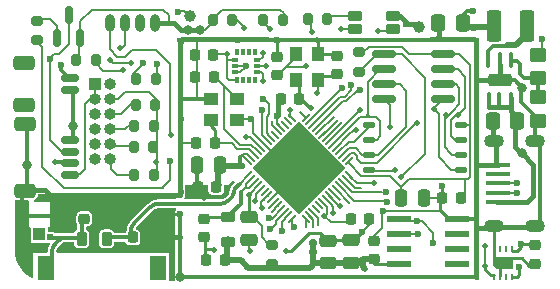
<source format=gbr>
%TF.GenerationSoftware,KiCad,Pcbnew,(6.0.9)*%
%TF.CreationDate,2022-11-24T16:48:46+01:00*%
%TF.ProjectId,LDAD ATOM PRO,4c444144-2041-4544-9f4d-2050524f2e6b,5.3*%
%TF.SameCoordinates,Original*%
%TF.FileFunction,Copper,L1,Top*%
%TF.FilePolarity,Positive*%
%FSLAX46Y46*%
G04 Gerber Fmt 4.6, Leading zero omitted, Abs format (unit mm)*
G04 Created by KiCad (PCBNEW (6.0.9)) date 2022-11-24 16:48:46*
%MOMM*%
%LPD*%
G01*
G04 APERTURE LIST*
G04 Aperture macros list*
%AMRoundRect*
0 Rectangle with rounded corners*
0 $1 Rounding radius*
0 $2 $3 $4 $5 $6 $7 $8 $9 X,Y pos of 4 corners*
0 Add a 4 corners polygon primitive as box body*
4,1,4,$2,$3,$4,$5,$6,$7,$8,$9,$2,$3,0*
0 Add four circle primitives for the rounded corners*
1,1,$1+$1,$2,$3*
1,1,$1+$1,$4,$5*
1,1,$1+$1,$6,$7*
1,1,$1+$1,$8,$9*
0 Add four rect primitives between the rounded corners*
20,1,$1+$1,$2,$3,$4,$5,0*
20,1,$1+$1,$4,$5,$6,$7,0*
20,1,$1+$1,$6,$7,$8,$9,0*
20,1,$1+$1,$8,$9,$2,$3,0*%
%AMRotRect*
0 Rectangle, with rotation*
0 The origin of the aperture is its center*
0 $1 length*
0 $2 width*
0 $3 Rotation angle, in degrees counterclockwise*
0 Add horizontal line*
21,1,$1,$2,0,0,$3*%
%AMFreePoly0*
4,1,6,0.500000,-0.850000,-0.500000,-0.850000,-0.500000,0.550000,-0.200000,0.850000,0.500000,0.850000,0.500000,-0.850000,0.500000,-0.850000,$1*%
G04 Aperture macros list end*
%TA.AperFunction,NonConductor*%
%ADD10C,0.200000*%
%TD*%
%TA.AperFunction,SMDPad,CuDef*%
%ADD11RoundRect,0.225000X-0.250000X0.225000X-0.250000X-0.225000X0.250000X-0.225000X0.250000X0.225000X0*%
%TD*%
%TA.AperFunction,SMDPad,CuDef*%
%ADD12RoundRect,0.250000X0.475000X-0.250000X0.475000X0.250000X-0.475000X0.250000X-0.475000X-0.250000X0*%
%TD*%
%TA.AperFunction,SMDPad,CuDef*%
%ADD13RoundRect,0.250000X-0.450000X0.350000X-0.450000X-0.350000X0.450000X-0.350000X0.450000X0.350000X0*%
%TD*%
%TA.AperFunction,SMDPad,CuDef*%
%ADD14RoundRect,0.250000X-0.250000X-0.475000X0.250000X-0.475000X0.250000X0.475000X-0.250000X0.475000X0*%
%TD*%
%TA.AperFunction,SMDPad,CuDef*%
%ADD15RoundRect,0.200000X-0.200000X-0.275000X0.200000X-0.275000X0.200000X0.275000X-0.200000X0.275000X0*%
%TD*%
%TA.AperFunction,SMDPad,CuDef*%
%ADD16RoundRect,0.200000X0.200000X0.275000X-0.200000X0.275000X-0.200000X-0.275000X0.200000X-0.275000X0*%
%TD*%
%TA.AperFunction,SMDPad,CuDef*%
%ADD17R,1.300000X1.000000*%
%TD*%
%TA.AperFunction,SMDPad,CuDef*%
%ADD18RoundRect,0.225000X0.225000X0.250000X-0.225000X0.250000X-0.225000X-0.250000X0.225000X-0.250000X0*%
%TD*%
%TA.AperFunction,SMDPad,CuDef*%
%ADD19RoundRect,0.050000X-0.238649X-0.309359X0.309359X0.238649X0.238649X0.309359X-0.309359X-0.238649X0*%
%TD*%
%TA.AperFunction,SMDPad,CuDef*%
%ADD20RoundRect,0.050000X0.238649X-0.309359X0.309359X-0.238649X-0.238649X0.309359X-0.309359X0.238649X0*%
%TD*%
%TA.AperFunction,SMDPad,CuDef*%
%ADD21RotRect,5.600000X5.600000X45.000000*%
%TD*%
%TA.AperFunction,SMDPad,CuDef*%
%ADD22RoundRect,0.200000X0.275000X-0.200000X0.275000X0.200000X-0.275000X0.200000X-0.275000X-0.200000X0*%
%TD*%
%TA.AperFunction,SMDPad,CuDef*%
%ADD23RoundRect,0.225000X-0.225000X-0.250000X0.225000X-0.250000X0.225000X0.250000X-0.225000X0.250000X0*%
%TD*%
%TA.AperFunction,ConnectorPad*%
%ADD24R,2.000000X0.400000*%
%TD*%
%TA.AperFunction,ComponentPad*%
%ADD25O,1.700000X1.100000*%
%TD*%
%TA.AperFunction,SMDPad,CuDef*%
%ADD26RoundRect,0.225000X0.250000X-0.225000X0.250000X0.225000X-0.250000X0.225000X-0.250000X-0.225000X0*%
%TD*%
%TA.AperFunction,SMDPad,CuDef*%
%ADD27R,0.250000X0.550000*%
%TD*%
%TA.AperFunction,SMDPad,CuDef*%
%ADD28FreePoly0,90.000000*%
%TD*%
%TA.AperFunction,SMDPad,CuDef*%
%ADD29R,1.100000X2.250000*%
%TD*%
%TA.AperFunction,SMDPad,CuDef*%
%ADD30R,1.050000X1.100000*%
%TD*%
%TA.AperFunction,SMDPad,CuDef*%
%ADD31RoundRect,0.250000X0.337500X0.475000X-0.337500X0.475000X-0.337500X-0.475000X0.337500X-0.475000X0*%
%TD*%
%TA.AperFunction,SMDPad,CuDef*%
%ADD32C,1.000000*%
%TD*%
%TA.AperFunction,SMDPad,CuDef*%
%ADD33RoundRect,0.250000X-0.375000X-1.075000X0.375000X-1.075000X0.375000X1.075000X-0.375000X1.075000X0*%
%TD*%
%TA.AperFunction,SMDPad,CuDef*%
%ADD34RoundRect,0.150000X-0.825000X-0.150000X0.825000X-0.150000X0.825000X0.150000X-0.825000X0.150000X0*%
%TD*%
%TA.AperFunction,SMDPad,CuDef*%
%ADD35R,1.400000X2.100000*%
%TD*%
%TA.AperFunction,SMDPad,CuDef*%
%ADD36RoundRect,0.150000X0.150000X-0.587500X0.150000X0.587500X-0.150000X0.587500X-0.150000X-0.587500X0*%
%TD*%
%TA.AperFunction,SMDPad,CuDef*%
%ADD37RoundRect,0.218750X0.381250X-0.218750X0.381250X0.218750X-0.381250X0.218750X-0.381250X-0.218750X0*%
%TD*%
%TA.AperFunction,SMDPad,CuDef*%
%ADD38RoundRect,0.124800X-0.475200X-0.275200X0.475200X-0.275200X0.475200X0.275200X-0.475200X0.275200X0*%
%TD*%
%TA.AperFunction,SMDPad,CuDef*%
%ADD39R,25.500000X0.400000*%
%TD*%
%TA.AperFunction,SMDPad,CuDef*%
%ADD40R,0.400000X20.500000*%
%TD*%
%TA.AperFunction,SMDPad,CuDef*%
%ADD41RoundRect,0.100000X-0.100000X-0.550000X0.100000X-0.550000X0.100000X0.550000X-0.100000X0.550000X0*%
%TD*%
%TA.AperFunction,SMDPad,CuDef*%
%ADD42RoundRect,0.262500X0.737500X0.262500X-0.737500X0.262500X-0.737500X-0.262500X0.737500X-0.262500X0*%
%TD*%
%TA.AperFunction,SMDPad,CuDef*%
%ADD43RoundRect,0.100000X0.100000X0.550000X-0.100000X0.550000X-0.100000X-0.550000X0.100000X-0.550000X0*%
%TD*%
%TA.AperFunction,SMDPad,CuDef*%
%ADD44RoundRect,0.150000X-0.625000X0.150000X-0.625000X-0.150000X0.625000X-0.150000X0.625000X0.150000X0*%
%TD*%
%TA.AperFunction,SMDPad,CuDef*%
%ADD45RoundRect,0.250000X-0.650000X0.350000X-0.650000X-0.350000X0.650000X-0.350000X0.650000X0.350000X0*%
%TD*%
%TA.AperFunction,SMDPad,CuDef*%
%ADD46RoundRect,0.066000X-0.404000X-0.154000X0.404000X-0.154000X0.404000X0.154000X-0.404000X0.154000X0*%
%TD*%
%TA.AperFunction,SMDPad,CuDef*%
%ADD47RoundRect,0.218750X-0.218750X-0.381250X0.218750X-0.381250X0.218750X0.381250X-0.218750X0.381250X0*%
%TD*%
%TA.AperFunction,SMDPad,CuDef*%
%ADD48R,0.400000X5.700000*%
%TD*%
%TA.AperFunction,ComponentPad*%
%ADD49R,1.000000X1.000000*%
%TD*%
%TA.AperFunction,ComponentPad*%
%ADD50O,1.000000X1.000000*%
%TD*%
%TA.AperFunction,SMDPad,CuDef*%
%ADD51R,0.500000X0.500000*%
%TD*%
%TA.AperFunction,SMDPad,CuDef*%
%ADD52R,25.400000X0.400000*%
%TD*%
%TA.AperFunction,SMDPad,CuDef*%
%ADD53R,0.400000X13.300000*%
%TD*%
%TA.AperFunction,SMDPad,CuDef*%
%ADD54RoundRect,0.041300X0.948700X0.253700X-0.948700X0.253700X-0.948700X-0.253700X0.948700X-0.253700X0*%
%TD*%
%TA.AperFunction,SMDPad,CuDef*%
%ADD55R,0.350000X0.580000*%
%TD*%
%TA.AperFunction,SMDPad,CuDef*%
%ADD56R,0.580000X0.350000*%
%TD*%
%TA.AperFunction,SMDPad,CuDef*%
%ADD57R,1.000000X1.300000*%
%TD*%
%TA.AperFunction,SMDPad,CuDef*%
%ADD58O,0.800000X1.500000*%
%TD*%
%TA.AperFunction,ViaPad*%
%ADD59C,0.800000*%
%TD*%
%TA.AperFunction,ViaPad*%
%ADD60C,0.600000*%
%TD*%
%TA.AperFunction,ViaPad*%
%ADD61C,0.500000*%
%TD*%
%TA.AperFunction,ViaPad*%
%ADD62C,0.700000*%
%TD*%
%TA.AperFunction,Conductor*%
%ADD63C,0.200000*%
%TD*%
%TA.AperFunction,Conductor*%
%ADD64C,0.300000*%
%TD*%
%TA.AperFunction,Conductor*%
%ADD65C,0.250000*%
%TD*%
%TA.AperFunction,Conductor*%
%ADD66C,0.320000*%
%TD*%
%TA.AperFunction,Conductor*%
%ADD67C,0.400000*%
%TD*%
%TA.AperFunction,Conductor*%
%ADD68C,0.150000*%
%TD*%
%TA.AperFunction,Conductor*%
%ADD69C,0.510000*%
%TD*%
%TA.AperFunction,Conductor*%
%ADD70C,0.180000*%
%TD*%
%TA.AperFunction,Conductor*%
%ADD71C,0.350000*%
%TD*%
G04 APERTURE END LIST*
D10*
X146400000Y-94980000D02*
G75*
G03*
X146400000Y-94980000I-100000J0D01*
G01*
D11*
%TO.P,EC20,1*%
%TO.N,Net-(EC20-Pad1)*%
X132490000Y-103765000D03*
%TO.P,EC20,2*%
%TO.N,GND*%
X132490000Y-105315000D03*
%TD*%
D12*
%TO.P,EC18,1*%
%TO.N,3V3*%
X142960000Y-107490000D03*
%TO.P,EC18,2*%
%TO.N,GND*%
X142960000Y-105590000D03*
%TD*%
D11*
%TO.P,AUC1,1*%
%TO.N,GND*%
X146860000Y-105625000D03*
%TO.P,AUC1,2*%
%TO.N,3V3*%
X146860000Y-107175000D03*
%TD*%
D13*
%TO.P,AR1,1*%
%TO.N,3V3*%
X160690000Y-89850000D03*
%TO.P,AR1,2*%
%TO.N,Net-(AR1-Pad2)*%
X160690000Y-91850000D03*
%TD*%
D14*
%TO.P,EC25,1*%
%TO.N,VDD_SPI*%
X149140000Y-102010000D03*
%TO.P,EC25,2*%
%TO.N,GND*%
X151040000Y-102010000D03*
%TD*%
D15*
%TO.P,LR1,1*%
%TO.N,IO36_LED_R*%
X141215000Y-86810000D03*
%TO.P,LR1,2*%
%TO.N,Net-(LED1-Pad3)*%
X142865000Y-86810000D03*
%TD*%
D16*
%TO.P,EXP_R2,1*%
%TO.N,GPIO06_EXT_PLUG2*%
X128185000Y-95850000D03*
%TO.P,EXP_R2,2*%
%TO.N,Net-(J1-Pad8)*%
X126535000Y-95850000D03*
%TD*%
D17*
%TO.P,ECY3,1,1*%
%TO.N,Net-(EC61-Pad1)*%
X133020000Y-95412500D03*
%TO.P,ECY3,2,2*%
%TO.N,GND*%
X135220000Y-95412500D03*
%TO.P,ECY3,3,3*%
%TO.N,Net-(EC60-Pad1)*%
X135220000Y-93612500D03*
%TO.P,ECY3,4,4*%
%TO.N,GND*%
X133020000Y-93612500D03*
%TD*%
D18*
%TO.P,EC60,1*%
%TO.N,Net-(EC60-Pad1)*%
X133255000Y-91730000D03*
%TO.P,EC60,2*%
%TO.N,GND*%
X131705000Y-91730000D03*
%TD*%
%TO.P,EC61,1*%
%TO.N,Net-(EC61-Pad1)*%
X133355000Y-97350000D03*
%TO.P,EC61,2*%
%TO.N,GND*%
X131805000Y-97350000D03*
%TD*%
D19*
%TO.P,ESP32S3,1,LNA_IN/RF*%
%TO.N,Net-(EC38-Pad1)*%
X136180894Y-100062202D03*
%TO.P,ESP32S3,2,VDD3P3*%
%TO.N,Net-(EC20-Pad1)*%
X136463737Y-100345045D03*
%TO.P,ESP32S3,3,VDD3P3*%
X136746579Y-100627887D03*
%TO.P,ESP32S3,4,CHIP_PU/RESET*%
%TO.N,CHIP_EN*%
X137029422Y-100910730D03*
%TO.P,ESP32S3,5,GPIO0/BOOT*%
%TO.N,ESP_GPIO0_BOOT-DTR*%
X137312265Y-101193573D03*
%TO.P,ESP32S3,6,GPIO1/ADC1_CH0*%
%TO.N,unconnected-(ESP32S3-Pad6)*%
X137595107Y-101476415D03*
%TO.P,ESP32S3,7,GPIO2/ADC1_CH1*%
%TO.N,GPIO2_PLUG_PWR_3V3*%
X137877950Y-101759258D03*
%TO.P,ESP32S3,8,GPIO3/ADC1_CH2*%
%TO.N,GND*%
X138160793Y-102042101D03*
%TO.P,ESP32S3,9,GPIO4/ADC1_CH3*%
%TO.N,unconnected-(ESP32S3-Pad9)*%
X138443636Y-102324944D03*
%TO.P,ESP32S3,10,GPIO5/ADC1_CH4*%
%TO.N,GPIO10_EXT_PLUG1*%
X138726478Y-102607786D03*
%TO.P,ESP32S3,11,GPIO6/ADC1_CH5*%
%TO.N,GPIO06_EXT_PLUG2*%
X139009321Y-102890629D03*
%TO.P,ESP32S3,12,GPIO7/ADC1_CH6*%
%TO.N,VOLTAGE_REF*%
X139292164Y-103173472D03*
%TO.P,ESP32S3,13,GPIO8/ADC1_CH7*%
%TO.N,GPIO8_I2C_SDA*%
X139575006Y-103456314D03*
%TO.P,ESP32S3,14,GPIO9/ADC1_CH8*%
%TO.N,GPIO9_I2C_SCL*%
X139857849Y-103739157D03*
D20*
%TO.P,ESP32S3,15,GPIO10/ADC1_CH9*%
%TO.N,unconnected-(ESP32S3-Pad15)*%
X141042253Y-103739157D03*
%TO.P,ESP32S3,16,GPIO11/ADC2_CH0*%
%TO.N,unconnected-(ESP32S3-Pad16)*%
X141325096Y-103456314D03*
%TO.P,ESP32S3,17,GPIO12/ADC2_CH1*%
%TO.N,unconnected-(ESP32S3-Pad17)*%
X141607938Y-103173472D03*
%TO.P,ESP32S3,18,GPIO13/ADC2_CH2*%
%TO.N,unconnected-(ESP32S3-Pad18)*%
X141890781Y-102890629D03*
%TO.P,ESP32S3,19,GPIO14/ADC2_CH3*%
%TO.N,unconnected-(ESP32S3-Pad19)*%
X142173624Y-102607786D03*
%TO.P,ESP32S3,20,VDD3P3_RTC*%
%TO.N,3V3*%
X142456466Y-102324944D03*
%TO.P,ESP32S3,21,GPIO15/ADC2_CH4/XTAL_32K_P*%
%TO.N,Net-(EC51-Pad1)*%
X142739309Y-102042101D03*
%TO.P,ESP32S3,22,GPIO16/ADC2_CH5/XTAL_32K_N*%
%TO.N,Net-(EC50-Pad1)*%
X143022152Y-101759258D03*
%TO.P,ESP32S3,23,GPIO17/ADC2_CH6/DAC_2*%
%TO.N,unconnected-(ESP32S3-Pad23)*%
X143304995Y-101476415D03*
%TO.P,ESP32S3,24,GPIO18/ADC2_CH7/DAC_1*%
%TO.N,unconnected-(ESP32S3-Pad24)*%
X143587837Y-101193573D03*
%TO.P,ESP32S3,25,GPIO19/USB_D-/ADC2_CH8*%
%TO.N,USB_D-*%
X143870680Y-100910730D03*
%TO.P,ESP32S3,26,GPIO20/USB_D+/ADC2_CH9*%
%TO.N,USB_D+*%
X144153523Y-100627887D03*
%TO.P,ESP32S3,27,GPIO21*%
%TO.N,unconnected-(ESP32S3-Pad27)*%
X144436365Y-100345045D03*
%TO.P,ESP32S3,28,SPI_CS1/GPIO26*%
%TO.N,SPICS1*%
X144719208Y-100062202D03*
D19*
%TO.P,ESP32S3,29,VDD_SPI*%
%TO.N,VDD_SPI*%
X144719208Y-98877798D03*
%TO.P,ESP32S3,30,SPIHD/GPIO27*%
%TO.N,SPIHD*%
X144436365Y-98594955D03*
%TO.P,ESP32S3,31,SPIWP/GPIO28*%
%TO.N,SPIWP*%
X144153523Y-98312113D03*
%TO.P,ESP32S3,32,SPICS0/GPIO29*%
%TO.N,SPICS0*%
X143870680Y-98029270D03*
%TO.P,ESP32S3,33,SPICLK/GPIO30*%
%TO.N,SPICLK*%
X143587837Y-97746427D03*
%TO.P,ESP32S3,34,SPIQ/GPIO31*%
%TO.N,SPIQ*%
X143304995Y-97463585D03*
%TO.P,ESP32S3,35,SPID/GPIO32*%
%TO.N,SPID*%
X143022152Y-97180742D03*
%TO.P,ESP32S3,36,SPICLK_N/GPIO48*%
%TO.N,unconnected-(ESP32S3-Pad36)*%
X142739309Y-96897899D03*
%TO.P,ESP32S3,37,SPICLK_P/GPIO47*%
%TO.N,unconnected-(ESP32S3-Pad37)*%
X142456466Y-96615056D03*
%TO.P,ESP32S3,38,GPIO33*%
%TO.N,unconnected-(ESP32S3-Pad38)*%
X142173624Y-96332214D03*
%TO.P,ESP32S3,39,GPIO34*%
%TO.N,IO34_LED_B*%
X141890781Y-96049371D03*
%TO.P,ESP32S3,40,GPIO35*%
%TO.N,IO35_LED_G*%
X141607938Y-95766528D03*
%TO.P,ESP32S3,41,GPIO36*%
%TO.N,IO36_LED_R*%
X141325096Y-95483686D03*
%TO.P,ESP32S3,42,GPIO37*%
%TO.N,unconnected-(ESP32S3-Pad42)*%
X141042253Y-95200843D03*
D20*
%TO.P,ESP32S3,43,GPIO38*%
%TO.N,GPIO38_IMU_CS*%
X139857849Y-95200843D03*
%TO.P,ESP32S3,44,MTCK/JTAG/GPIO39*%
%TO.N,unconnected-(ESP32S3-Pad44)*%
X139575006Y-95483686D03*
%TO.P,ESP32S3,45,MTDO/JTAG/GPIO40*%
%TO.N,unconnected-(ESP32S3-Pad45)*%
X139292164Y-95766528D03*
%TO.P,ESP32S3,46,VDD3P3_CPU*%
%TO.N,3V3*%
X139009321Y-96049371D03*
%TO.P,ESP32S3,47,MTDI/JTAG/GPIO41*%
%TO.N,unconnected-(ESP32S3-Pad47)*%
X138726478Y-96332214D03*
%TO.P,ESP32S3,48,MTMS/JTAG/GPIO42*%
%TO.N,unconnected-(ESP32S3-Pad48)*%
X138443636Y-96615056D03*
%TO.P,ESP32S3,49,U0TXD/PROG/GPIO43*%
%TO.N,Net-(ER2-Pad2)*%
X138160793Y-96897899D03*
%TO.P,ESP32S3,50,U0RXD/PROG/GPIO44*%
%TO.N,RXD0*%
X137877950Y-97180742D03*
%TO.P,ESP32S3,51,GPIO45*%
%TO.N,GND*%
X137595107Y-97463585D03*
%TO.P,ESP32S3,52,GPIO46*%
%TO.N,ESP_GPIO0_BOOT-DTR*%
X137312265Y-97746427D03*
%TO.P,ESP32S3,53,XTAL_N*%
%TO.N,Net-(EC60-Pad1)*%
X137029422Y-98029270D03*
%TO.P,ESP32S3,54,XTAL_P*%
%TO.N,Net-(EC61-Pad1)*%
X136746579Y-98312113D03*
%TO.P,ESP32S3,55,VDDA*%
%TO.N,3V3*%
X136463737Y-98594955D03*
%TO.P,ESP32S3,56,VDDA*%
X136180894Y-98877798D03*
D21*
%TO.P,ESP32S3,57,GND*%
%TO.N,GND*%
X140450051Y-99470000D03*
%TD*%
D22*
%TO.P,ER1,1*%
%TO.N,3V3*%
X138220000Y-107567500D03*
%TO.P,ER1,2*%
%TO.N,CHIP_EN*%
X138220000Y-105917500D03*
%TD*%
D15*
%TO.P,ER3,1*%
%TO.N,3V3*%
X121625000Y-90270000D03*
%TO.P,ER3,2*%
%TO.N,ESP_GPIO0_BOOT-DTR*%
X123275000Y-90270000D03*
%TD*%
D23*
%TO.P,EC38,1*%
%TO.N,Net-(EC38-Pad1)*%
X126415000Y-105320000D03*
%TO.P,EC38,2*%
%TO.N,GND*%
X127965000Y-105320000D03*
%TD*%
D24*
%TO.P,J2,1,VBUS*%
%TO.N,5V0*%
X157325000Y-102330000D03*
%TO.P,J2,2,D-*%
%TO.N,USB_D-*%
X157325000Y-101530000D03*
%TO.P,J2,3,D+*%
%TO.N,USB_D+*%
X157330000Y-100725000D03*
%TO.P,J2,4,ID*%
%TO.N,unconnected-(J2-Pad4)*%
X157320000Y-99935000D03*
%TO.P,J2,5,GND*%
%TO.N,GND*%
X157330000Y-99155000D03*
D25*
%TO.P,J2,6,Shield*%
X156990000Y-97160000D03*
X160470000Y-97140000D03*
X160470000Y-104360000D03*
X157000000Y-104350000D03*
%TD*%
D26*
%TO.P,SHC1,1*%
%TO.N,GND*%
X160450000Y-107535000D03*
%TO.P,SHC1,2*%
%TO.N,3V3*%
X160450000Y-105985000D03*
%TD*%
D22*
%TO.P,PSR1,1*%
%TO.N,SPICS1*%
X145540000Y-91285000D03*
%TO.P,PSR1,2*%
%TO.N,VDD_SPI*%
X145540000Y-89635000D03*
%TD*%
D27*
%TO.P,SH1,1,SDA*%
%TO.N,GPIO8_I2C_SDA*%
X157010000Y-108635000D03*
%TO.P,SH1,2,ADDR*%
%TO.N,GND*%
X157510000Y-108635000D03*
%TO.P,SH1,3,ALERT*%
%TO.N,unconnected-(SH1-Pad3)*%
X158010000Y-108635000D03*
%TO.P,SH1,4,SCL*%
%TO.N,GPIO9_I2C_SCL*%
X158510000Y-108635000D03*
%TO.P,SH1,5,VDD*%
%TO.N,3V3*%
X158510000Y-106285000D03*
%TO.P,SH1,6,~{RESET}*%
%TO.N,unconnected-(SH1-Pad6)*%
X158010000Y-106285000D03*
%TO.P,SH1,7,R*%
%TO.N,unconnected-(SH1-Pad7)*%
X157510000Y-106285000D03*
%TO.P,SH1,8,VSS*%
%TO.N,GND*%
X157010000Y-106285000D03*
D28*
%TO.P,SH1,9,VSS*%
X157760000Y-107460000D03*
%TD*%
D29*
%TO.P,J20,1,GND*%
%TO.N,GND*%
X117020000Y-103460000D03*
%TO.P,J20,2,GND*%
X119970000Y-103460000D03*
D30*
%TO.P,J20,3,SIG*%
%TO.N,unconnected-(J20-Pad3)*%
X118495000Y-105010000D03*
%TD*%
D23*
%TO.P,EC26,1*%
%TO.N,3V3*%
X144875000Y-103770000D03*
%TO.P,EC26,2*%
%TO.N,GND*%
X146425000Y-103770000D03*
%TD*%
D31*
%TO.P,AC1,1*%
%TO.N,3V3*%
X154357500Y-87190000D03*
%TO.P,AC1,2*%
%TO.N,GND*%
X152282500Y-87190000D03*
%TD*%
D12*
%TO.P,EC40,1*%
%TO.N,GND*%
X136280000Y-105520000D03*
%TO.P,EC40,2*%
%TO.N,CHIP_EN*%
X136280000Y-103620000D03*
%TD*%
D16*
%TO.P,EXP_R1,1*%
%TO.N,GPIO06_EXT_PLUG2*%
X128305000Y-94100000D03*
%TO.P,EXP_R1,2*%
%TO.N,Net-(J1-Pad6)*%
X126655000Y-94100000D03*
%TD*%
D32*
%TO.P,TP2,1,1*%
%TO.N,3V3*%
X150660000Y-87530000D03*
%TD*%
D12*
%TO.P,EC17,1*%
%TO.N,3V3*%
X144870000Y-107470000D03*
%TO.P,EC17,2*%
%TO.N,GND*%
X144870000Y-105570000D03*
%TD*%
D33*
%TO.P,AL1,1,1*%
%TO.N,3V3*%
X157020000Y-87400000D03*
%TO.P,AL1,2,2*%
%TO.N,Net-(AL1-Pad2)*%
X159820000Y-87400000D03*
%TD*%
D34*
%TO.P,EPS1,1,~{CE}*%
%TO.N,SPICS1*%
X147715000Y-89825000D03*
%TO.P,EPS1,2,SIO1*%
%TO.N,SPIQ*%
X147715000Y-91095000D03*
%TO.P,EPS1,3,SIO2*%
%TO.N,SPIWP*%
X147715000Y-92365000D03*
%TO.P,EPS1,4,VSS*%
%TO.N,GND*%
X147715000Y-93635000D03*
%TO.P,EPS1,5,SiO0*%
%TO.N,SPID*%
X152665000Y-93635000D03*
%TO.P,EPS1,6,SCLK*%
%TO.N,SPICLK*%
X152665000Y-92365000D03*
%TO.P,EPS1,7,SIO3*%
%TO.N,SPIHD*%
X152665000Y-91095000D03*
%TO.P,EPS1,8,VCC*%
%TO.N,VDD_SPI*%
X152665000Y-89825000D03*
%TD*%
D15*
%TO.P,ICR1,1*%
%TO.N,3V3*%
X133175000Y-86890000D03*
%TO.P,ICR1,2*%
%TO.N,GPIO9_I2C_SCL*%
X134825000Y-86890000D03*
%TD*%
D35*
%TO.P,ANT1,1,1*%
%TO.N,Net-(ANT1-Pad1)*%
X119040000Y-107880000D03*
%TO.P,ANT1,2,2*%
%TO.N,unconnected-(ANT1-Pad2)*%
X128540000Y-107880000D03*
%TD*%
D23*
%TO.P,EC16,1*%
%TO.N,3V3*%
X138975000Y-93570000D03*
%TO.P,EC16,2*%
%TO.N,GND*%
X140525000Y-93570000D03*
%TD*%
%TO.P,IMUC1,1*%
%TO.N,GND*%
X131685000Y-89870000D03*
%TO.P,IMUC1,2*%
%TO.N,3V3*%
X133235000Y-89870000D03*
%TD*%
D16*
%TO.P,EXP_R3,1*%
%TO.N,GPIO06_EXT_PLUG2*%
X128155000Y-97630000D03*
%TO.P,EXP_R3,2*%
%TO.N,Net-(J1-Pad10)*%
X126505000Y-97630000D03*
%TD*%
D36*
%TO.P,Q5,1,G*%
%TO.N,Net-(Q5-Pad1)*%
X120040000Y-88397500D03*
%TO.P,Q5,2,S*%
%TO.N,3V3*%
X121940000Y-88397500D03*
%TO.P,Q5,3,D*%
%TO.N,3V3_PLUG*%
X120990000Y-86522500D03*
%TD*%
D16*
%TO.P,EXP_R4,1*%
%TO.N,GPIO06_EXT_PLUG2*%
X128185000Y-100050000D03*
%TO.P,EXP_R4,2*%
%TO.N,Net-(J1-Pad12)*%
X126535000Y-100050000D03*
%TD*%
D26*
%TO.P,EC51,1*%
%TO.N,Net-(EC51-Pad1)*%
X143720000Y-91475000D03*
%TO.P,EC51,2*%
%TO.N,GND*%
X143720000Y-89925000D03*
%TD*%
D23*
%TO.P,EC15,1*%
%TO.N,GND*%
X131925000Y-101070000D03*
%TO.P,EC15,2*%
%TO.N,3V3*%
X133475000Y-101070000D03*
%TD*%
D32*
%TO.P,TP3,1,1*%
%TO.N,GND*%
X124450000Y-102705000D03*
%TD*%
D15*
%TO.P,IDR1,1*%
%TO.N,GPIO8_I2C_SDA*%
X137455000Y-86900000D03*
%TO.P,IDR1,2*%
%TO.N,3V3*%
X139105000Y-86900000D03*
%TD*%
D22*
%TO.P,QR1,1*%
%TO.N,GPIO2_PLUG_PWR_3V3*%
X118350000Y-88605000D03*
%TO.P,QR1,2*%
%TO.N,Net-(Q5-Pad1)*%
X118350000Y-86955000D03*
%TD*%
D37*
%TO.P,L2,1,1*%
%TO.N,3V3*%
X134480000Y-105672500D03*
%TO.P,L2,2,2*%
%TO.N,Net-(EC20-Pad1)*%
X134480000Y-103547500D03*
%TD*%
D31*
%TO.P,AC2,1*%
%TO.N,5V0*%
X158987500Y-95470000D03*
%TO.P,AC2,2*%
%TO.N,GND*%
X156912500Y-95470000D03*
%TD*%
D38*
%TO.P,LED1,1,GA*%
%TO.N,IO35_LED_G*%
X145230000Y-87700000D03*
%TO.P,LED1,2,BA*%
%TO.N,IO34_LED_B*%
X148410000Y-87710000D03*
%TO.P,LED1,3,RA*%
%TO.N,Net-(LED1-Pad3)*%
X145230000Y-86560000D03*
%TO.P,LED1,4,K*%
%TO.N,3V3*%
X148420000Y-86590000D03*
%TD*%
D18*
%TO.P,EC19,1*%
%TO.N,3V3*%
X134205000Y-107260000D03*
%TO.P,EC19,2*%
%TO.N,GND*%
X132655000Y-107260000D03*
%TD*%
D39*
%TO.P,,1*%
%TO.N,N/C*%
X142930000Y-108670000D03*
%TD*%
D14*
%TO.P,EC14,1*%
%TO.N,GND*%
X131880000Y-99220000D03*
%TO.P,EC14,2*%
%TO.N,3V3*%
X133780000Y-99220000D03*
%TD*%
D40*
%TO.P,REF\u002A\u002A,1*%
%TO.N,N/C*%
X155530000Y-98650000D03*
%TD*%
D41*
%TO.P,AU1,1,FB*%
%TO.N,Net-(AR1-Pad2)*%
X158440000Y-90290000D03*
%TO.P,AU1,2,GND*%
%TO.N,GND*%
X157500000Y-90295000D03*
D42*
X157475000Y-92010000D03*
D41*
%TO.P,AU1,3,SW*%
%TO.N,Net-(AL1-Pad2)*%
X156515000Y-90295000D03*
D43*
%TO.P,AU1,4,VIN_SW*%
%TO.N,5V0*%
X156545000Y-93685000D03*
%TO.P,AU1,5,VIN_A*%
X157460000Y-93680000D03*
%TO.P,AU1,6,EN*%
X158420000Y-93680000D03*
%TD*%
D44*
%TO.P,I2C2,1,Pin_1*%
%TO.N,GND*%
X121140000Y-97050000D03*
%TO.P,I2C2,2,Pin_2*%
%TO.N,3V3_PLUG*%
X121140000Y-98050000D03*
%TO.P,I2C2,3,Pin_3*%
%TO.N,GPIO9_I2C_SCL*%
X121140000Y-99050000D03*
%TO.P,I2C2,4,Pin_4*%
%TO.N,ADC_OUT*%
X121140000Y-100050000D03*
D45*
%TO.P,I2C2,MP*%
%TO.N,N/C*%
X117265000Y-101350000D03*
X117265000Y-95750000D03*
%TD*%
D26*
%TO.P,EC50,1*%
%TO.N,Net-(EC50-Pad1)*%
X138620000Y-91575000D03*
%TO.P,EC50,2*%
%TO.N,GND*%
X138620000Y-90025000D03*
%TD*%
D46*
%TO.P,ESP_FLASH1,1,~{CS}*%
%TO.N,SPICS0*%
X146395000Y-95755000D03*
%TO.P,ESP_FLASH1,2,DO(IO1)*%
%TO.N,SPIQ*%
X146395000Y-97025000D03*
%TO.P,ESP_FLASH1,3,IO2*%
%TO.N,SPIWP*%
X146395000Y-98295000D03*
%TO.P,ESP_FLASH1,4,GND*%
%TO.N,GND*%
X146395000Y-99565000D03*
%TO.P,ESP_FLASH1,5,DI(IO0)*%
%TO.N,SPID*%
X154185000Y-99565000D03*
%TO.P,ESP_FLASH1,6,CLK*%
%TO.N,SPICLK*%
X154185000Y-98295000D03*
%TO.P,ESP_FLASH1,7,IO3*%
%TO.N,SPIHD*%
X154185000Y-97025000D03*
%TO.P,ESP_FLASH1,8,VCC*%
%TO.N,VDD_SPI*%
X154185000Y-95755000D03*
%TD*%
D26*
%TO.P,EC37,1*%
%TO.N,Net-(ANT1-Pad1)*%
X122320000Y-103735000D03*
%TO.P,EC37,2*%
%TO.N,GND*%
X122320000Y-102185000D03*
%TD*%
D47*
%TO.P,EL4,1,1*%
%TO.N,Net-(ANT1-Pad1)*%
X122087500Y-105430000D03*
%TO.P,EL4,2,2*%
%TO.N,Net-(EC38-Pad1)*%
X124212500Y-105430000D03*
%TD*%
D13*
%TO.P,AR2,1*%
%TO.N,Net-(AR1-Pad2)*%
X160750000Y-93460000D03*
%TO.P,AR2,2*%
%TO.N,GND*%
X160750000Y-95460000D03*
%TD*%
D44*
%TO.P,J3,1,Pin_1*%
%TO.N,5V0*%
X121080000Y-91840000D03*
%TO.P,J3,2,Pin_2*%
%TO.N,GND*%
X121080000Y-92840000D03*
D45*
%TO.P,J3,3*%
%TO.N,N/C*%
X117205000Y-94140000D03*
X117205000Y-90540000D03*
%TD*%
D48*
%TO.P,,1*%
%TO.N,N/C*%
X130430000Y-105980000D03*
%TD*%
D49*
%TO.P,J1,1,Pin_1*%
%TO.N,ADC_OUT*%
X123205000Y-92335000D03*
D50*
%TO.P,J1,2,Pin_2*%
%TO.N,GPIO8_I2C_SDA*%
X124475000Y-92335000D03*
%TO.P,J1,3,Pin_3*%
%TO.N,ADC_OUT*%
X123205000Y-93605000D03*
%TO.P,J1,4,Pin_4*%
%TO.N,GPIO06_EXT_PLUG2*%
X124475000Y-93605000D03*
%TO.P,J1,5,Pin_5*%
%TO.N,GND*%
X123205000Y-94875000D03*
%TO.P,J1,6,Pin_6*%
%TO.N,Net-(J1-Pad6)*%
X124475000Y-94875000D03*
%TO.P,J1,7,Pin_7*%
%TO.N,GND*%
X123205000Y-96145000D03*
%TO.P,J1,8,Pin_8*%
%TO.N,Net-(J1-Pad8)*%
X124475000Y-96145000D03*
%TO.P,J1,9,Pin_9*%
%TO.N,GND*%
X123205000Y-97415000D03*
%TO.P,J1,10,Pin_10*%
%TO.N,Net-(J1-Pad10)*%
X124475000Y-97415000D03*
%TO.P,J1,11,Pin_11*%
%TO.N,GND*%
X123205000Y-98685000D03*
%TO.P,J1,12,Pin_12*%
%TO.N,Net-(J1-Pad12)*%
X124475000Y-98685000D03*
%TD*%
D51*
%TO.P,REF\u002A\u002A,1*%
%TO.N,N/C*%
X118765000Y-105305000D03*
%TO.P,REF\u002A\u002A,2*%
X119390000Y-105310000D03*
%TD*%
D52*
%TO.P,,1*%
%TO.N,N/C*%
X142890000Y-88610000D03*
%TD*%
D53*
%TO.P,REF\u002A\u002A,1*%
%TO.N,N/C*%
X130430000Y-95190000D03*
%TD*%
D54*
%TO.P,U2,1*%
%TO.N,N/C*%
X153870000Y-107585000D03*
%TO.P,U2,2*%
X153870000Y-106315000D03*
%TO.P,U2,3*%
X153870000Y-105045000D03*
%TO.P,U2,4,GND*%
%TO.N,GND*%
X153870000Y-103775000D03*
%TO.P,U2,5,SDA*%
%TO.N,GPIO8_I2C_SDA*%
X148930000Y-103775000D03*
%TO.P,U2,6,SCL*%
%TO.N,GPIO9_I2C_SCL*%
X148930000Y-105045000D03*
%TO.P,U2,7*%
%TO.N,N/C*%
X148930000Y-106315000D03*
%TO.P,U2,8,VCC*%
%TO.N,3V3*%
X148930000Y-107585000D03*
%TD*%
D55*
%TO.P,IMU1,1,SDO/SA0*%
%TO.N,unconnected-(IMU1-Pad1)*%
X136760000Y-89655000D03*
%TO.P,IMU1,2,SDX*%
%TO.N,unconnected-(IMU1-Pad2)*%
X136260000Y-89655000D03*
%TO.P,IMU1,3,SCX*%
%TO.N,unconnected-(IMU1-Pad3)*%
X135760000Y-89655000D03*
%TO.P,IMU1,4,INT1*%
%TO.N,unconnected-(IMU1-Pad4)*%
X135260000Y-89655000D03*
D56*
%TO.P,IMU1,5,VDDIO*%
%TO.N,3V3*%
X135085000Y-90330000D03*
%TO.P,IMU1,6,GND*%
%TO.N,GND*%
X135085000Y-90830000D03*
%TO.P,IMU1,7,GND*%
X135085000Y-91330000D03*
D55*
%TO.P,IMU1,8,VDD*%
%TO.N,3V3*%
X135260000Y-92005000D03*
%TO.P,IMU1,9,INT2*%
%TO.N,unconnected-(IMU1-Pad9)*%
X135760000Y-92005000D03*
%TO.P,IMU1,10,NC*%
%TO.N,unconnected-(IMU1-Pad10)*%
X136260000Y-92005000D03*
%TO.P,IMU1,11,NC*%
%TO.N,unconnected-(IMU1-Pad11)*%
X136760000Y-92005000D03*
D56*
%TO.P,IMU1,12,CS*%
%TO.N,GPIO38_IMU_CS*%
X136935000Y-91330000D03*
%TO.P,IMU1,13,SCL*%
%TO.N,GPIO9_I2C_SCL*%
X136935000Y-90830000D03*
%TO.P,IMU1,14,SDA*%
%TO.N,GPIO8_I2C_SDA*%
X136935000Y-90330000D03*
%TD*%
D15*
%TO.P,ER2,1*%
%TO.N,TXD0*%
X126695000Y-91900000D03*
%TO.P,ER2,2*%
%TO.N,Net-(ER2-Pad2)*%
X128345000Y-91900000D03*
%TD*%
D18*
%TO.P,EC24,1*%
%TO.N,VDD_SPI*%
X154175000Y-101980000D03*
%TO.P,EC24,2*%
%TO.N,GND*%
X152625000Y-101980000D03*
%TD*%
D57*
%TO.P,ECY2,1,1*%
%TO.N,Net-(EC51-Pad1)*%
X142060000Y-92000000D03*
%TO.P,ECY2,2,2*%
%TO.N,GND*%
X142060000Y-89800000D03*
%TO.P,ECY2,3,3*%
%TO.N,Net-(EC50-Pad1)*%
X140260000Y-89800000D03*
%TO.P,ECY2,4,4*%
%TO.N,GND*%
X140260000Y-92000000D03*
%TD*%
D32*
%TO.P,TP1,1,1*%
%TO.N,5V0*%
X131290000Y-86530000D03*
%TD*%
D58*
%TO.P,ICSP1,5,Pin_5*%
%TO.N,CHIP_EN*%
X124465000Y-87150500D03*
%TO.P,ICSP1,6,Pin_6*%
%TO.N,ESP_GPIO0_BOOT-DTR*%
X125735000Y-87150500D03*
%TO.P,ICSP1,7,Pin_7*%
%TO.N,unconnected-(ICSP1-Pad7)*%
X127005000Y-87150500D03*
%TO.P,ICSP1,8,Pin_8*%
%TO.N,3V3*%
X128275000Y-87150500D03*
%TD*%
D59*
%TO.N,GND*%
X143280000Y-99230000D03*
D60*
X138670000Y-88630000D03*
X152640000Y-100989500D03*
X136010000Y-90800000D03*
D59*
X117430000Y-99150000D03*
X140460000Y-96390000D03*
X142030000Y-100500000D03*
X121390000Y-95900000D03*
X140810000Y-101870000D03*
D61*
X139360000Y-106450000D03*
D59*
X139430000Y-100410000D03*
X138110000Y-98950000D03*
D60*
X130530000Y-95260000D03*
D59*
X130440000Y-108690000D03*
D60*
X152330000Y-88540000D03*
D61*
X148180000Y-95930000D03*
D60*
X130410000Y-103290000D03*
D61*
X136320000Y-106470000D03*
X132440000Y-101950000D03*
D60*
X147580000Y-103110000D03*
X130460000Y-101500000D03*
D59*
X141860000Y-97750000D03*
D60*
X136440000Y-95270000D03*
X130520000Y-88730000D03*
D61*
X148590000Y-99620000D03*
D59*
X139210000Y-97790000D03*
D60*
X145860000Y-104830000D03*
D59*
X159400000Y-92680000D03*
D61*
X142030000Y-88630000D03*
X133270000Y-106360000D03*
D59*
X140630000Y-99060000D03*
D61*
X141500000Y-94330000D03*
D60*
X135360000Y-88600000D03*
%TO.N,VOLTAGE_REF*%
X138040000Y-104620000D03*
D61*
%TO.N,Net-(EC50-Pad1)*%
X141110000Y-90830000D03*
X143940000Y-102670000D03*
%TO.N,Net-(EC51-Pad1)*%
X143410000Y-103280000D03*
X142030000Y-93110000D03*
D62*
%TO.N,3V3*%
X141680000Y-105780000D03*
D60*
X155340000Y-87610000D03*
D59*
X132090000Y-87750000D03*
D61*
X145880000Y-107350000D03*
D62*
X141670000Y-106550000D03*
D60*
X135680000Y-99280000D03*
D61*
X134390000Y-89790000D03*
D60*
X138640000Y-95030000D03*
X149590000Y-87250000D03*
D61*
X146050000Y-107990000D03*
D60*
X161100000Y-88540000D03*
D59*
X131120000Y-87730000D03*
D61*
X142640000Y-103490000D03*
D60*
X155230000Y-86110000D03*
X159250000Y-105910000D03*
D61*
%TO.N,CHIP_EN*%
X129630000Y-96610000D03*
X136220000Y-101710000D03*
%TO.N,ESP_GPIO0_BOOT-DTR*%
X136770000Y-102200000D03*
X135990000Y-96810000D03*
X125330000Y-89280000D03*
X125560000Y-91180000D03*
D60*
%TO.N,GPIO8_I2C_SDA*%
X151870000Y-105810000D03*
X139050000Y-104730000D03*
D61*
X137440000Y-89740000D03*
D60*
X150510000Y-103940000D03*
D61*
X156260000Y-106060000D03*
X156280000Y-107760000D03*
X138010000Y-87690000D03*
D60*
%TO.N,USB_D-*%
X147920000Y-102330000D03*
X158910000Y-101530000D03*
D61*
%TO.N,SPIHD*%
X150460000Y-95660000D03*
X153940000Y-94990000D03*
%TO.N,SPICLK*%
X145340000Y-96210000D03*
X152950000Y-94940000D03*
%TO.N,SPID*%
X145630000Y-94510000D03*
X151910000Y-94420000D03*
D60*
%TO.N,USB_D+*%
X147830000Y-101490000D03*
X158953153Y-100731663D03*
%TO.N,TXD0*%
X127280000Y-90580000D03*
%TO.N,RXD0*%
X137350000Y-94490000D03*
D61*
X124530000Y-90330000D03*
X126290000Y-90530000D03*
%TO.N,GPIO9_I2C_SCL*%
X119860000Y-98930000D03*
X135800000Y-87620000D03*
D60*
X159150000Y-107810000D03*
X140080000Y-104420000D03*
D61*
X137690000Y-90820000D03*
D60*
X150530000Y-105060000D03*
%TO.N,Net-(ER2-Pad2)*%
X128490000Y-90600000D03*
X137430000Y-93580000D03*
D61*
%TO.N,SPICS1*%
X146800000Y-100730000D03*
X149160000Y-100230000D03*
%TO.N,IO35_LED_G*%
X144060000Y-87670000D03*
D60*
X144890000Y-92370000D03*
%TO.N,5V0*%
X120330000Y-90750000D03*
X130210000Y-86210000D03*
D59*
X159330000Y-98200000D03*
D60*
%TO.N,IO34_LED_B*%
X145650000Y-92800000D03*
D61*
X147170000Y-87810000D03*
D60*
%TO.N,IO36_LED_R*%
X144110000Y-92680000D03*
D61*
X141600000Y-87910000D03*
D60*
%TO.N,GPIO06_EXT_PLUG2*%
X137950000Y-103710000D03*
D61*
X128390000Y-98920000D03*
%TO.N,GPIO38_IMU_CS*%
X137450000Y-92080000D03*
X139750000Y-94540000D03*
%TO.N,GPIO2_PLUG_PWR_3V3*%
X137340000Y-102790000D03*
D60*
X129610000Y-98860000D03*
%TO.N,3V3_PLUG*%
X119440000Y-90210000D03*
%TD*%
D63*
%TO.N,GND*%
X147550000Y-104530000D02*
X146860000Y-105220000D01*
D64*
X133760000Y-108670000D02*
X130980000Y-108670000D01*
D65*
X152640000Y-101745000D02*
X152640000Y-101060000D01*
D64*
X155460000Y-88560000D02*
X155460000Y-90390000D01*
D63*
X129060000Y-101630000D02*
X129120000Y-101690000D01*
D66*
X160470000Y-95740000D02*
X160750000Y-95460000D01*
D63*
X137530000Y-108720000D02*
X137480000Y-108670000D01*
D65*
X140450000Y-93260000D02*
X140450000Y-92510000D01*
D64*
X131438750Y-93610000D02*
X132941250Y-93610000D01*
D63*
X130460000Y-101500000D02*
X130460000Y-88700000D01*
D64*
X145160000Y-108670000D02*
X145720000Y-108670000D01*
D66*
X159320000Y-92870000D02*
X159320000Y-92580000D01*
D67*
X131660000Y-101170000D02*
X132380000Y-101890000D01*
D63*
X131570000Y-97630000D02*
X131570000Y-97120000D01*
X130440000Y-88730000D02*
X130440000Y-101480000D01*
D65*
X144810000Y-108670000D02*
X142930000Y-108670000D01*
X146590000Y-103850000D02*
X146590000Y-103580000D01*
D64*
X130460000Y-101500000D02*
X130460000Y-101050000D01*
D67*
X118970000Y-101280000D02*
X117520000Y-101280000D01*
D64*
X155460000Y-94370000D02*
X155460000Y-98560000D01*
D65*
X140220000Y-92040000D02*
X140260000Y-92000000D01*
D64*
X130460000Y-97230000D02*
X130460000Y-88700000D01*
X155460000Y-108620000D02*
X155490000Y-108650000D01*
D65*
X159250000Y-107090000D02*
X159350000Y-107090000D01*
D63*
X148190000Y-94110000D02*
X148190000Y-95980000D01*
D64*
X131830000Y-99030000D02*
X131830000Y-100890000D01*
D63*
X152460000Y-103060000D02*
X152510000Y-103110000D01*
D64*
X130440000Y-108690000D02*
X130440000Y-104470000D01*
D63*
X147840000Y-103060000D02*
X152460000Y-103060000D01*
D65*
X157020000Y-105875000D02*
X157020000Y-105310000D01*
X145120000Y-105570000D02*
X145850000Y-104840000D01*
X157020000Y-104370000D02*
X157000000Y-104350000D01*
D64*
X121320000Y-94070000D02*
X121320000Y-92750000D01*
D65*
X152450000Y-103050000D02*
X152510000Y-103110000D01*
D64*
X121320000Y-96880000D02*
X121260000Y-96940000D01*
X117445000Y-99365000D02*
X117445000Y-99805000D01*
D63*
X135760000Y-95640000D02*
X135760000Y-95487500D01*
D67*
X124510000Y-102645000D02*
X124450000Y-102705000D01*
D63*
X133100000Y-88590000D02*
X132500000Y-88590000D01*
D67*
X131660000Y-100910000D02*
X131660000Y-101170000D01*
D65*
X143670000Y-89800000D02*
X143720000Y-89750000D01*
X141530000Y-94410000D02*
X140690000Y-93570000D01*
D63*
X130570000Y-88590000D02*
X130480000Y-88680000D01*
X131850000Y-88695000D02*
X131850000Y-93590000D01*
D64*
X155460000Y-98560000D02*
X155460000Y-103390000D01*
D65*
X142060000Y-89800000D02*
X143670000Y-89800000D01*
X132520000Y-106270000D02*
X132520000Y-105380000D01*
X144870000Y-105570000D02*
X145120000Y-105570000D01*
D64*
X155460000Y-90390000D02*
X155460000Y-91850000D01*
D67*
X157510000Y-92005000D02*
X157490000Y-92025000D01*
D63*
X138150051Y-99480000D02*
X139000051Y-99480000D01*
D64*
X138290000Y-108670000D02*
X137480000Y-108670000D01*
D65*
X159350000Y-107090000D02*
X159970000Y-107710000D01*
D63*
X136010000Y-90800000D02*
X136010000Y-90850000D01*
X152450000Y-102050000D02*
X152430000Y-102050000D01*
D65*
X157020000Y-105875000D02*
X157020000Y-104370000D01*
D67*
X156912500Y-95470000D02*
X156912500Y-97082500D01*
D65*
X138620000Y-88830000D02*
X138840000Y-88610000D01*
D64*
X130440000Y-95060000D02*
X130440000Y-93100000D01*
D63*
X146860000Y-105220000D02*
X146860000Y-105450000D01*
D66*
X160470000Y-104360000D02*
X160900000Y-103930000D01*
D67*
X156885000Y-104490000D02*
X155515000Y-104490000D01*
D63*
X130370000Y-97320000D02*
X130460000Y-97230000D01*
D64*
X134700000Y-108640000D02*
X134670000Y-108670000D01*
X134670000Y-108670000D02*
X133760000Y-108670000D01*
X153922500Y-103785000D02*
X155395000Y-103785000D01*
D66*
X160750000Y-95460000D02*
X160750000Y-95320000D01*
D63*
X134170000Y-88630000D02*
X134090000Y-88550000D01*
D65*
X130430000Y-103310000D02*
X130410000Y-103290000D01*
D67*
X157510000Y-90755000D02*
X157510000Y-92005000D01*
D64*
X117020000Y-103460000D02*
X117020000Y-101780000D01*
D63*
X135760000Y-95487500D02*
X134907500Y-95487500D01*
X137990000Y-102210000D02*
X140272101Y-99927899D01*
D67*
X129730000Y-101690000D02*
X124510000Y-101690000D01*
X124510000Y-101690000D02*
X124510000Y-102645000D01*
D64*
X131780000Y-88550000D02*
X130610000Y-88550000D01*
D63*
X131610000Y-97340000D02*
X130570000Y-97340000D01*
X136280000Y-106430000D02*
X136320000Y-106470000D01*
X133010000Y-88590000D02*
X132990000Y-88610000D01*
D65*
X144870000Y-105570000D02*
X142980000Y-105570000D01*
D67*
X156912500Y-97082500D02*
X156990000Y-97160000D01*
D64*
X130610000Y-88550000D02*
X130480000Y-88680000D01*
D63*
X130570000Y-97340000D02*
X130460000Y-97230000D01*
D67*
X129730000Y-101690000D02*
X130390000Y-101690000D01*
D64*
X131980000Y-88550000D02*
X131780000Y-88550000D01*
X155460000Y-108000000D02*
X155460000Y-108620000D01*
X117020000Y-103460000D02*
X119970000Y-103460000D01*
D63*
X142800000Y-88520000D02*
X142890000Y-88610000D01*
D65*
X142960000Y-105590000D02*
X142290000Y-104920000D01*
D64*
X130440000Y-104470000D02*
X130440000Y-103810000D01*
D67*
X157200000Y-99025000D02*
X157330000Y-99155000D01*
D65*
X133260000Y-106270000D02*
X132520000Y-106270000D01*
X140700000Y-93570000D02*
X140700000Y-93270000D01*
D63*
X136010000Y-90850000D02*
X135530000Y-91330000D01*
D64*
X155410000Y-88550000D02*
X151650000Y-88550000D01*
D67*
X152302500Y-87390000D02*
X152302500Y-88512500D01*
D64*
X155460000Y-93860000D02*
X155460000Y-94370000D01*
D63*
X147715000Y-93635000D02*
X148190000Y-94110000D01*
D64*
X117445000Y-99805000D02*
X117445000Y-96085000D01*
D63*
X130400000Y-95260000D02*
X130400000Y-97170000D01*
D67*
X156840000Y-104390000D02*
X160300000Y-104390000D01*
D64*
X138330000Y-108630000D02*
X138290000Y-108670000D01*
D65*
X138620000Y-89850000D02*
X138620000Y-88830000D01*
X139830000Y-106450000D02*
X139360000Y-106450000D01*
X157510000Y-107297500D02*
X157510000Y-108622500D01*
D63*
X142280000Y-88560000D02*
X152310000Y-88560000D01*
D65*
X140690000Y-93570000D02*
X140525000Y-93570000D01*
D63*
X146610000Y-99660000D02*
X148640000Y-99660000D01*
D65*
X153970000Y-103765000D02*
X153165000Y-103765000D01*
X132520000Y-105380000D02*
X132490000Y-105350000D01*
D64*
X135400000Y-88550000D02*
X134090000Y-88550000D01*
D65*
X130410000Y-103290000D02*
X129810000Y-103290000D01*
D67*
X119380000Y-101690000D02*
X118970000Y-101280000D01*
D64*
X117445000Y-99805000D02*
X117445000Y-101355000D01*
D63*
X146395000Y-99565000D02*
X146420000Y-99540000D01*
D67*
X157475000Y-92010000D02*
X155620000Y-92010000D01*
X155500000Y-103680000D02*
X155395000Y-103785000D01*
D63*
X138820000Y-88520000D02*
X142800000Y-88520000D01*
D66*
X160750000Y-95320000D02*
X159320000Y-93890000D01*
D63*
X151040000Y-102010000D02*
X152420000Y-102010000D01*
D64*
X117445000Y-99365000D02*
X117445000Y-100405000D01*
X130440000Y-95060000D02*
X130440000Y-88870000D01*
D63*
X132580000Y-88510000D02*
X132500000Y-88590000D01*
D64*
X155455000Y-108700000D02*
X154805000Y-108700000D01*
D63*
X136280000Y-105520000D02*
X136280000Y-106430000D01*
D67*
X157200000Y-96830000D02*
X157200000Y-99025000D01*
X117520000Y-101280000D02*
X117445000Y-101355000D01*
D64*
X130572500Y-93610000D02*
X131510000Y-93610000D01*
D63*
X135530000Y-91330000D02*
X135097500Y-91330000D01*
D64*
X130440000Y-93100000D02*
X130440000Y-88970000D01*
D65*
X142980000Y-105570000D02*
X142960000Y-105590000D01*
X140700000Y-105580000D02*
X139830000Y-106450000D01*
D64*
X135580000Y-108670000D02*
X145160000Y-108670000D01*
X131620000Y-100900000D02*
X131610000Y-100910000D01*
D65*
X130430000Y-105980000D02*
X130430000Y-103310000D01*
D67*
X152302500Y-88512500D02*
X152330000Y-88540000D01*
D65*
X132520000Y-106270000D02*
X132520000Y-107220000D01*
D64*
X155015000Y-103785000D02*
X153922500Y-103785000D01*
D65*
X159970000Y-107710000D02*
X160450000Y-107710000D01*
D64*
X136680000Y-88550000D02*
X135400000Y-88550000D01*
D65*
X152450000Y-101980000D02*
X152450000Y-103050000D01*
D64*
X117445000Y-96085000D02*
X117430000Y-96070000D01*
D65*
X141360000Y-104920000D02*
X140700000Y-105580000D01*
D63*
X132500000Y-88590000D02*
X130570000Y-88590000D01*
D66*
X159320000Y-92580000D02*
X158750000Y-92010000D01*
D64*
X117020000Y-101780000D02*
X117445000Y-101355000D01*
D63*
X147550000Y-103115000D02*
X147550000Y-104530000D01*
D66*
X159320000Y-93890000D02*
X159320000Y-92870000D01*
D64*
X130980000Y-108670000D02*
X130460000Y-108670000D01*
D63*
X137220000Y-88520000D02*
X138820000Y-88520000D01*
D64*
X130460000Y-108670000D02*
X130440000Y-108690000D01*
X130460000Y-101050000D02*
X130460000Y-100870000D01*
X155395000Y-103785000D02*
X155400000Y-103790000D01*
D65*
X157020000Y-105875000D02*
X157020000Y-106300000D01*
D64*
X121320000Y-94070000D02*
X121320000Y-96880000D01*
D63*
X146590000Y-104100000D02*
X145860000Y-104830000D01*
D67*
X124510000Y-101690000D02*
X119380000Y-101690000D01*
D65*
X142060000Y-89800000D02*
X142060000Y-88660000D01*
X157020000Y-105310000D02*
X157020000Y-106720000D01*
D63*
X145860000Y-104830000D02*
X145850000Y-104840000D01*
X133100000Y-88590000D02*
X133010000Y-88590000D01*
D67*
X129120000Y-101690000D02*
X129730000Y-101690000D01*
D63*
X137150000Y-88560000D02*
X142280000Y-88560000D01*
X135277500Y-90800000D02*
X136010000Y-90800000D01*
D64*
X155460000Y-103390000D02*
X155460000Y-107040000D01*
X155460000Y-107040000D02*
X155460000Y-108000000D01*
D65*
X132520000Y-107220000D02*
X132480000Y-107260000D01*
X157795000Y-107090000D02*
X159250000Y-107090000D01*
D63*
X139000051Y-99770000D02*
X139000051Y-99480000D01*
D65*
X142060000Y-88660000D02*
X142030000Y-88630000D01*
D64*
X155460000Y-91850000D02*
X155460000Y-93860000D01*
D63*
X135430000Y-88520000D02*
X135400000Y-88550000D01*
X137595107Y-97463585D02*
X137583585Y-97463585D01*
X137440000Y-97300000D02*
X139444944Y-99304944D01*
X136610000Y-96490000D02*
X136610000Y-95440000D01*
D67*
X128775000Y-105270000D02*
X130385000Y-105270000D01*
D64*
X155490000Y-108650000D02*
X155440000Y-108600000D01*
X121320000Y-92750000D02*
X121290000Y-92720000D01*
D65*
X153165000Y-103765000D02*
X152510000Y-103110000D01*
X157010000Y-106207500D02*
X157010000Y-107132500D01*
D64*
X137870000Y-88550000D02*
X136680000Y-88550000D01*
X134090000Y-88550000D02*
X131980000Y-88550000D01*
X130460000Y-100870000D02*
X130460000Y-97230000D01*
D67*
X157220000Y-99160000D02*
X155500000Y-99160000D01*
D66*
X158750000Y-92010000D02*
X157475000Y-92010000D01*
D63*
X152420000Y-102010000D02*
X152450000Y-101980000D01*
D64*
X135580000Y-108670000D02*
X134670000Y-108670000D01*
D65*
X155470000Y-107050000D02*
X155460000Y-107040000D01*
D63*
X130460000Y-88700000D02*
X130480000Y-88680000D01*
X137583585Y-97463585D02*
X136610000Y-96490000D01*
X135810000Y-95280000D02*
X136330000Y-95280000D01*
X130400000Y-97170000D02*
X130460000Y-97230000D01*
X136610000Y-95440000D02*
X136440000Y-95270000D01*
D65*
X142290000Y-104920000D02*
X141360000Y-104920000D01*
D63*
X131850000Y-93590000D02*
X131820000Y-93620000D01*
X152310000Y-88560000D02*
X152330000Y-88540000D01*
D66*
X160900000Y-97570000D02*
X160470000Y-97140000D01*
D63*
X130440000Y-101480000D02*
X130460000Y-101500000D01*
X146590000Y-103640000D02*
X146590000Y-104100000D01*
D65*
X140700000Y-105580000D02*
X139810000Y-106470000D01*
D63*
X136700000Y-88530000D02*
X136680000Y-88550000D01*
D66*
X160470000Y-97140000D02*
X160470000Y-95740000D01*
D63*
X132480000Y-105360000D02*
X132490000Y-105350000D01*
D66*
X160900000Y-103930000D02*
X160900000Y-97570000D01*
D68*
%TO.N,VOLTAGE_REF*%
X139346478Y-103123522D02*
X138580000Y-103890000D01*
X138580000Y-103890000D02*
X138580000Y-104190000D01*
X138580000Y-104190000D02*
X138150000Y-104620000D01*
%TO.N,GPIO10_EXT_PLUG1*%
X138836478Y-102513522D02*
X138200000Y-103150000D01*
X138726478Y-102607786D02*
X138726478Y-102623522D01*
%TO.N,unconnected-(ESP32S3-Pad38)*%
X142173624Y-96332214D02*
X142177786Y-96332214D01*
X142177786Y-96332214D02*
X143420000Y-95090000D01*
D65*
%TO.N,Net-(EC50-Pad1)*%
X140260000Y-90030000D02*
X140260000Y-89800000D01*
D68*
X143910000Y-102640000D02*
X143910000Y-102670000D01*
X139425000Y-90865000D02*
X141105000Y-90865000D01*
X139425000Y-90865000D02*
X140260000Y-90030000D01*
X143049258Y-101779258D02*
X143910000Y-102640000D01*
D65*
X138620000Y-91750000D02*
X138620000Y-91670000D01*
D68*
X138620000Y-91670000D02*
X139425000Y-90865000D01*
D63*
X143022152Y-101759258D02*
X143029258Y-101759258D01*
D66*
%TO.N,Net-(ANT1-Pad1)*%
X120752107Y-105330000D02*
X121300000Y-105330000D01*
X122087500Y-104142500D02*
X122320000Y-103910000D01*
X121300000Y-105330000D02*
X119500000Y-105330000D01*
X119862893Y-105847107D02*
X120087107Y-105622893D01*
X121300000Y-105330000D02*
X121987500Y-105330000D01*
X121987500Y-105330000D02*
X122087500Y-105430000D01*
X122087500Y-105430000D02*
X122087500Y-104142500D01*
X119570000Y-107860000D02*
X119570000Y-106554214D01*
X119500000Y-105330000D02*
X119490000Y-105320000D01*
X120794214Y-105330010D02*
G75*
G03*
X120087107Y-105622893I-14J-999990D01*
G01*
X119862886Y-105847100D02*
G75*
G03*
X119570000Y-106554214I707114J-707100D01*
G01*
D68*
%TO.N,Net-(EC51-Pad1)*%
X143160000Y-102460000D02*
X143410000Y-102710000D01*
X142749258Y-102049258D02*
X143160000Y-102460000D01*
D65*
X142410000Y-91650000D02*
X142060000Y-92000000D01*
X143720000Y-91650000D02*
X142410000Y-91650000D01*
D68*
X142060000Y-92000000D02*
X142060000Y-93170000D01*
X143410000Y-102710000D02*
X143410000Y-103280000D01*
D63*
%TO.N,Net-(EC60-Pad1)*%
X134150000Y-93070000D02*
X134150000Y-92490000D01*
X135507500Y-97450000D02*
X134150000Y-96092500D01*
X133530000Y-91830000D02*
X133430000Y-91730000D01*
X133640000Y-91980000D02*
X134120000Y-92460000D01*
X134150000Y-96092500D02*
X134150000Y-93070000D01*
X134150000Y-93070000D02*
X134150000Y-92640000D01*
X134120000Y-92460000D02*
X134225000Y-92565000D01*
X134150000Y-92490000D02*
X134120000Y-92460000D01*
X134150000Y-92640000D02*
X134225000Y-92565000D01*
X136450152Y-97450000D02*
X135507500Y-97450000D01*
X134225000Y-92565000D02*
X135320000Y-93660000D01*
X137029422Y-98029270D02*
X136450152Y-97450000D01*
D68*
%TO.N,3V3*%
X132090000Y-87750000D02*
X132520000Y-87750000D01*
X139192500Y-86312500D02*
X139192500Y-86850000D01*
D64*
X133770000Y-100910000D02*
X133560000Y-100910000D01*
D67*
X130480000Y-87750000D02*
X132090000Y-87750000D01*
D69*
X155470000Y-87480000D02*
X155340000Y-87610000D01*
D63*
X136463737Y-98594955D02*
X136454955Y-98594955D01*
D67*
X149060000Y-86590000D02*
X149740000Y-87270000D01*
D63*
X127480000Y-86030000D02*
X127820000Y-86030000D01*
D65*
X138620000Y-95010000D02*
X138640000Y-95030000D01*
D63*
X136180894Y-98870894D02*
X135640000Y-98330000D01*
X135640000Y-98330000D02*
X135480000Y-98490000D01*
X127480000Y-86030000D02*
X129000000Y-86030000D01*
D69*
X141670000Y-106550000D02*
X141670000Y-107640000D01*
D68*
X133087500Y-86872500D02*
X133940000Y-86020000D01*
D70*
X142830000Y-103330000D02*
X142670000Y-103490000D01*
D69*
X134380000Y-105562500D02*
X134470000Y-105472500D01*
D68*
X139009321Y-96039321D02*
X138700000Y-95730000D01*
D69*
X142960000Y-107490000D02*
X142950000Y-107500000D01*
X142980000Y-107470000D02*
X142960000Y-107490000D01*
X155890000Y-87480000D02*
X155470000Y-87480000D01*
D70*
X161100000Y-89270000D02*
X161100000Y-88540000D01*
D69*
X133870000Y-99280000D02*
X133800000Y-99210000D01*
D63*
X144660000Y-103610000D02*
X144690000Y-103580000D01*
D67*
X129800500Y-87150500D02*
X129880500Y-87150500D01*
D69*
X134380000Y-107260000D02*
X134380000Y-105562500D01*
D63*
X121940000Y-87020000D02*
X122930000Y-86030000D01*
D69*
X141670000Y-106445000D02*
X141670000Y-105875000D01*
X145540000Y-107470000D02*
X145900000Y-107110000D01*
D63*
X139009321Y-96049371D02*
X139009321Y-96039321D01*
X134370000Y-90310000D02*
X134370000Y-91790000D01*
X136110000Y-98250000D02*
X135720000Y-98250000D01*
D68*
X138640000Y-95670000D02*
X138640000Y-95030000D01*
D69*
X155890000Y-87480000D02*
X154647500Y-87480000D01*
D67*
X138730000Y-93720000D02*
X138730000Y-94980000D01*
D71*
X154357500Y-86452500D02*
X154700000Y-86110000D01*
D70*
X160680000Y-89690000D02*
X161100000Y-89270000D01*
D63*
X134370000Y-89810000D02*
X134370000Y-90310000D01*
D69*
X157020000Y-87480000D02*
X155890000Y-87480000D01*
X135680000Y-99280000D02*
X135600000Y-99280000D01*
D67*
X150660000Y-87350000D02*
X150560000Y-87250000D01*
D68*
X133940000Y-86020000D02*
X138900000Y-86020000D01*
D69*
X133610000Y-99315000D02*
X133610000Y-101025000D01*
D63*
X129469500Y-86499500D02*
X129469500Y-87150500D01*
X122930000Y-86030000D02*
X127480000Y-86030000D01*
D71*
X154357500Y-86452500D02*
X154357500Y-87190000D01*
D68*
X133087500Y-87182500D02*
X133087500Y-86872500D01*
D67*
X148420000Y-86590000D02*
X149060000Y-86590000D01*
D69*
X135600000Y-99280000D02*
X133870000Y-99280000D01*
D63*
X134400000Y-89810000D02*
X133320000Y-89810000D01*
X134600000Y-92020000D02*
X135232500Y-92020000D01*
D69*
X141670000Y-107640000D02*
X141420000Y-107890000D01*
D70*
X142511101Y-102381101D02*
X142800000Y-102670000D01*
D63*
X135480000Y-99160000D02*
X135600000Y-99280000D01*
D69*
X145900000Y-107110000D02*
X146860000Y-107110000D01*
D65*
X149015000Y-107560000D02*
X149030000Y-107575000D01*
D68*
X138900000Y-86020000D02*
X139192500Y-86312500D01*
D65*
X159340000Y-105900000D02*
X160300000Y-105900000D01*
D69*
X145880000Y-107820000D02*
X146050000Y-107990000D01*
X145880000Y-107350000D02*
X145880000Y-107820000D01*
D63*
X129000000Y-86030000D02*
X129469500Y-86499500D01*
X135720000Y-98250000D02*
X135640000Y-98330000D01*
X134370000Y-91790000D02*
X134600000Y-92020000D01*
D69*
X136180000Y-107890000D02*
X135550000Y-107260000D01*
D68*
X121860000Y-89826250D02*
X121860000Y-88753750D01*
D69*
X154647500Y-87480000D02*
X154357500Y-87190000D01*
X144870000Y-107470000D02*
X142980000Y-107470000D01*
D63*
X136454955Y-98594955D02*
X136110000Y-98250000D01*
D70*
X142830000Y-102700000D02*
X142830000Y-103330000D01*
D67*
X129469500Y-87150500D02*
X129800500Y-87150500D01*
D69*
X135550000Y-107260000D02*
X134380000Y-107260000D01*
D65*
X158760000Y-106430000D02*
X158930000Y-106430000D01*
X158520000Y-106430000D02*
X158760000Y-106430000D01*
D63*
X128275000Y-86485000D02*
X128275000Y-87150500D01*
D68*
X132520000Y-87750000D02*
X133087500Y-87182500D01*
D65*
X158930000Y-106430000D02*
X159250000Y-106110000D01*
D69*
X144870000Y-107470000D02*
X145540000Y-107470000D01*
D63*
X143200000Y-104050000D02*
X142640000Y-103490000D01*
D65*
X159250000Y-106110000D02*
X159250000Y-105910000D01*
D69*
X141420000Y-107890000D02*
X136180000Y-107890000D01*
D66*
X135480000Y-98490000D02*
X135480000Y-99160000D01*
D67*
X128275000Y-87150500D02*
X129469500Y-87150500D01*
D69*
X142640000Y-107480000D02*
X141770000Y-107480000D01*
D70*
X142800000Y-102670000D02*
X142830000Y-102700000D01*
D68*
X138700000Y-95730000D02*
X138640000Y-95670000D01*
D63*
X134370000Y-90310000D02*
X135077500Y-90310000D01*
D71*
X154700000Y-86110000D02*
X155230000Y-86110000D01*
D63*
X136180894Y-98877798D02*
X136180894Y-98870894D01*
D65*
X146870000Y-107560000D02*
X149015000Y-107560000D01*
D67*
X129880500Y-87150500D02*
X130480000Y-87750000D01*
X154377500Y-87390000D02*
X154377500Y-87232500D01*
D63*
X144580000Y-104050000D02*
X143200000Y-104050000D01*
D67*
X150560000Y-87250000D02*
X149590000Y-87250000D01*
D65*
X146870000Y-107230000D02*
X146850000Y-107250000D01*
D63*
X121940000Y-88397500D02*
X121940000Y-87020000D01*
X142456466Y-102326466D02*
X142456466Y-102324944D01*
D65*
X158760000Y-106430000D02*
X158935000Y-106430000D01*
D64*
%TO.N,Net-(EC20-Pad1)*%
X135550000Y-102470000D02*
X135550000Y-102060000D01*
D63*
X135550000Y-101510000D02*
X135550000Y-101700000D01*
X136010000Y-100800000D02*
X136010000Y-101050000D01*
X136010000Y-101050000D02*
X135865000Y-101195000D01*
D64*
X135550000Y-102060000D02*
X135550000Y-101510000D01*
D63*
X136463737Y-100345045D02*
X136463737Y-100346263D01*
D64*
X134470000Y-103347500D02*
X134672500Y-103347500D01*
D63*
X136463737Y-100346263D02*
X136010000Y-100800000D01*
D64*
X135550000Y-102060000D02*
X135550000Y-101700000D01*
D65*
X134438750Y-103620000D02*
X132561250Y-103620000D01*
D63*
X136742113Y-100627887D02*
X136240000Y-101130000D01*
X136240000Y-101130000D02*
X135930000Y-101130000D01*
D64*
X134672500Y-103347500D02*
X135550000Y-102470000D01*
D63*
X136746579Y-100627887D02*
X136742113Y-100627887D01*
X135865000Y-101195000D02*
X135550000Y-101510000D01*
X135930000Y-101130000D02*
X135865000Y-101195000D01*
%TO.N,VDD_SPI*%
X145852500Y-89697500D02*
X145300000Y-89697500D01*
X154540000Y-100390000D02*
X149780000Y-100390000D01*
X154990000Y-95800000D02*
X154990000Y-90750000D01*
X146390000Y-89160000D02*
X145852500Y-89697500D01*
X145770000Y-100100000D02*
X148210000Y-100100000D01*
X154520000Y-100410000D02*
X154540000Y-100390000D01*
X148210000Y-100100000D02*
X149140000Y-101030000D01*
X154185000Y-95755000D02*
X154945000Y-95755000D01*
X149780000Y-100390000D02*
X149140000Y-101030000D01*
X154520000Y-101880000D02*
X154520000Y-100410000D01*
X144719208Y-99049208D02*
X145770000Y-100100000D01*
X154350000Y-102050000D02*
X154520000Y-101880000D01*
X149835000Y-89825000D02*
X149170000Y-89160000D01*
X146780000Y-89160000D02*
X146390000Y-89160000D01*
X149170000Y-89160000D02*
X146780000Y-89160000D01*
X154065000Y-89825000D02*
X152665000Y-89825000D01*
X154990000Y-90750000D02*
X154065000Y-89825000D01*
X154945000Y-95755000D02*
X154990000Y-95800000D01*
X154990000Y-100170000D02*
X154770000Y-100390000D01*
X149140000Y-101030000D02*
X149140000Y-102010000D01*
X154990000Y-95800000D02*
X154990000Y-100170000D01*
X152665000Y-89825000D02*
X149835000Y-89825000D01*
X144719208Y-98877798D02*
X144719208Y-99049208D01*
X154770000Y-100390000D02*
X154540000Y-100390000D01*
D66*
%TO.N,Net-(EC38-Pad1)*%
X132340000Y-102460000D02*
X128594214Y-102460000D01*
D63*
X124242500Y-105320000D02*
X124212500Y-105350000D01*
D66*
X126240000Y-105320000D02*
X124242500Y-105320000D01*
X134552893Y-102167107D02*
X134813554Y-101906446D01*
X134960000Y-101552893D02*
X134960000Y-101487107D01*
X126240000Y-104814214D02*
X126240000Y-105320000D01*
X134550000Y-102167107D02*
X134552893Y-102167107D01*
D63*
X136177798Y-100062202D02*
X135490000Y-100750000D01*
D66*
X129394214Y-102460000D02*
X133835786Y-102460000D01*
D63*
X136180894Y-100062202D02*
X136177798Y-100062202D01*
D66*
X127887107Y-102752893D02*
X126532893Y-104107107D01*
X135106446Y-101133554D02*
X135490000Y-100750000D01*
X134959995Y-101552893D02*
G75*
G02*
X134813554Y-101906446I-499995J-7D01*
G01*
X128594214Y-102460010D02*
G75*
G03*
X127887107Y-102752893I-14J-999990D01*
G01*
X126240010Y-104814214D02*
G75*
G02*
X126532893Y-104107107I999990J14D01*
G01*
X134550003Y-102167110D02*
G75*
G02*
X133842893Y-102460000I-707103J707110D01*
G01*
X134960005Y-101487107D02*
G75*
G02*
X135106446Y-101133554I499995J7D01*
G01*
D63*
%TO.N,CHIP_EN*%
X136280000Y-103620000D02*
X136610000Y-103620000D01*
X137330000Y-105280000D02*
X137880000Y-105830000D01*
D68*
X128370000Y-89450000D02*
X126350000Y-89450000D01*
X125120000Y-90010000D02*
X124465000Y-89355000D01*
X126350000Y-89450000D02*
X125790000Y-90010000D01*
D65*
X136220000Y-101620000D02*
X136220000Y-103900000D01*
D63*
X136280000Y-103620000D02*
X136880000Y-103620000D01*
X136400000Y-101540000D02*
X136260000Y-101540000D01*
X137029422Y-100910730D02*
X137029270Y-100910730D01*
X137330000Y-104580000D02*
X137330000Y-104800000D01*
D68*
X129560000Y-90640000D02*
X128370000Y-89450000D01*
D63*
X137029270Y-100910730D02*
X136400000Y-101540000D01*
X137330000Y-104340000D02*
X137330000Y-104580000D01*
X136610000Y-103620000D02*
X137330000Y-104340000D01*
D68*
X125790000Y-90010000D02*
X125120000Y-90010000D01*
D63*
X137880000Y-105830000D02*
X138220000Y-105830000D01*
D65*
X138220000Y-105830000D02*
X138140000Y-105830000D01*
D68*
X129560000Y-96390000D02*
X129560000Y-90640000D01*
X124465000Y-89355000D02*
X124465000Y-87050500D01*
D63*
X137330000Y-104580000D02*
X137330000Y-105280000D01*
D68*
X129760000Y-96590000D02*
X129560000Y-96390000D01*
%TO.N,ESP_GPIO0_BOOT-DTR*%
X136830000Y-101670000D02*
X136830000Y-102080000D01*
X123885000Y-91190000D02*
X125475000Y-91190000D01*
D63*
X137312265Y-97746427D02*
X137312265Y-97742265D01*
X125735000Y-87050500D02*
X125735000Y-89055000D01*
D68*
X136830000Y-102080000D02*
X136720000Y-102190000D01*
D63*
X137312265Y-97742265D02*
X136380000Y-96810000D01*
X136380000Y-96810000D02*
X135990000Y-96810000D01*
D68*
X123275000Y-90585000D02*
X123275000Y-90270000D01*
X123880000Y-91190000D02*
X123275000Y-90585000D01*
X137306427Y-101193573D02*
X136830000Y-101670000D01*
D63*
X137312265Y-101193573D02*
X137306427Y-101193573D01*
X125735000Y-89055000D02*
X125450000Y-89340000D01*
%TO.N,GPIO8_I2C_SDA*%
X156280000Y-107760000D02*
X156280000Y-106090000D01*
D65*
X156280000Y-108050000D02*
X156280000Y-107760000D01*
D68*
X137367500Y-86900000D02*
X137370000Y-86900000D01*
D63*
X139563686Y-103456314D02*
X139205000Y-103815000D01*
D68*
X137255000Y-86885000D02*
X138045000Y-87675000D01*
D63*
X137130000Y-90330000D02*
X137440000Y-90020000D01*
X137440000Y-90020000D02*
X137440000Y-89740000D01*
X139205000Y-103815000D02*
X139050000Y-103970000D01*
X149030000Y-103960000D02*
X150870000Y-103960000D01*
X150870000Y-103960000D02*
X151870000Y-104960000D01*
X137000000Y-90330000D02*
X137130000Y-90330000D01*
D65*
X156720000Y-108490000D02*
X156280000Y-108050000D01*
D63*
X139575006Y-103456314D02*
X139563686Y-103456314D01*
X139050000Y-103970000D02*
X139050000Y-104730000D01*
D65*
X156995000Y-108490000D02*
X156720000Y-108490000D01*
D63*
X151870000Y-104960000D02*
X151870000Y-105810000D01*
%TO.N,USB_D-*%
X145159950Y-102200000D02*
X147750000Y-102200000D01*
X158910000Y-101530000D02*
X158970000Y-101470000D01*
X157325000Y-101530000D02*
X158910000Y-101530000D01*
X143870680Y-100910730D02*
X145159950Y-102200000D01*
X147750000Y-102200000D02*
X147900000Y-102350000D01*
%TO.N,SPIHD*%
X154560000Y-93740000D02*
X154560000Y-91700000D01*
X154560000Y-91700000D02*
X153955000Y-91095000D01*
X145150000Y-98150000D02*
X145420000Y-98420000D01*
X153390000Y-95350000D02*
X153750000Y-94990000D01*
X153390000Y-96020000D02*
X153390000Y-96750000D01*
X144883635Y-98150000D02*
X145150000Y-98150000D01*
X153750000Y-94990000D02*
X153940000Y-94990000D01*
X145420000Y-98640000D02*
X145760000Y-98980000D01*
X153390000Y-96750000D02*
X153665000Y-97025000D01*
X154560000Y-94370000D02*
X153940000Y-94990000D01*
X154330000Y-97035000D02*
X153925000Y-97035000D01*
X144450000Y-98583635D02*
X144883635Y-98150000D01*
X153390000Y-95350000D02*
X153390000Y-96020000D01*
X145420000Y-98420000D02*
X145420000Y-98640000D01*
X154560000Y-94180000D02*
X154560000Y-93740000D01*
X154560000Y-93740000D02*
X154560000Y-94370000D01*
X153665000Y-97025000D02*
X154185000Y-97025000D01*
X153955000Y-91095000D02*
X152665000Y-91095000D01*
X153715000Y-95025000D02*
X153390000Y-95350000D01*
X145760000Y-98980000D02*
X147100000Y-98980000D01*
X147100000Y-98980000D02*
X150420000Y-95660000D01*
X150420000Y-95660000D02*
X150460000Y-95660000D01*
%TO.N,SPIWP*%
X145865000Y-98295000D02*
X146395000Y-98295000D01*
X149005000Y-92365000D02*
X147715000Y-92365000D01*
X149530000Y-95970000D02*
X149530000Y-92890000D01*
X144740000Y-97730000D02*
X145300000Y-97730000D01*
X147205000Y-98295000D02*
X149530000Y-95970000D01*
X144163523Y-98306477D02*
X144740000Y-97730000D01*
X146395000Y-98295000D02*
X147205000Y-98295000D01*
X145300000Y-97730000D02*
X145865000Y-98295000D01*
X149530000Y-92890000D02*
X149005000Y-92365000D01*
%TO.N,SPICS0*%
X146115000Y-95755000D02*
X146395000Y-95755000D01*
X146395000Y-95945000D02*
X145145000Y-97195000D01*
X143870680Y-98029270D02*
X143890730Y-98029270D01*
X146395000Y-95755000D02*
X146395000Y-95945000D01*
X145145000Y-97195000D02*
X144725000Y-97195000D01*
X143890730Y-98029270D02*
X144725000Y-97195000D01*
%TO.N,SPICLK*%
X152820000Y-95070000D02*
X152950000Y-94940000D01*
X152950000Y-94940000D02*
X153160000Y-94940000D01*
X143587837Y-97746427D02*
X143593573Y-97746427D01*
X154330000Y-98305000D02*
X153905000Y-98305000D01*
X153160000Y-94940000D02*
X153530000Y-94570000D01*
X145130000Y-96210000D02*
X145340000Y-96210000D01*
X153745000Y-92365000D02*
X154040000Y-92660000D01*
X144840000Y-96500000D02*
X144980000Y-96360000D01*
X153465000Y-98295000D02*
X153295000Y-98125000D01*
X144680000Y-96660000D02*
X144840000Y-96500000D01*
X152820000Y-95840000D02*
X152820000Y-96470000D01*
X152820000Y-95520000D02*
X152820000Y-95840000D01*
X153530000Y-94570000D02*
X152820000Y-95280000D01*
X154040000Y-94060000D02*
X153530000Y-94570000D01*
X152665000Y-92365000D02*
X153745000Y-92365000D01*
X152820000Y-95280000D02*
X152820000Y-95520000D01*
X154185000Y-98295000D02*
X153465000Y-98295000D01*
X152820000Y-95840000D02*
X152820000Y-97650000D01*
X152820000Y-97650000D02*
X153295000Y-98125000D01*
X144680000Y-96660000D02*
X145130000Y-96210000D01*
X152820000Y-95520000D02*
X152820000Y-95070000D01*
X143593573Y-97746427D02*
X144680000Y-96660000D01*
X154040000Y-92660000D02*
X154040000Y-94060000D01*
%TO.N,SPIQ*%
X147055000Y-97025000D02*
X147360000Y-96720000D01*
X144860000Y-95910000D02*
X145690000Y-95080000D01*
X146300000Y-92160000D02*
X147365000Y-91095000D01*
X146300000Y-95080000D02*
X146300000Y-92160000D01*
X147360000Y-95420000D02*
X147020000Y-95080000D01*
X145690000Y-95080000D02*
X146300000Y-95080000D01*
X147365000Y-91095000D02*
X147715000Y-91095000D01*
X146395000Y-97025000D02*
X146410000Y-97010000D01*
X147020000Y-95080000D02*
X146300000Y-95080000D01*
X144860000Y-95910000D02*
X145080000Y-95690000D01*
X144860000Y-95910000D02*
X144915000Y-95855000D01*
X147360000Y-96720000D02*
X147360000Y-95420000D01*
X143330000Y-97440000D02*
X144860000Y-95910000D01*
X146395000Y-97025000D02*
X147055000Y-97025000D01*
X144915000Y-95855000D02*
X145000000Y-95770000D01*
%TO.N,SPID*%
X154330000Y-99575000D02*
X154125000Y-99575000D01*
X154185000Y-99565000D02*
X153385000Y-99565000D01*
X151910000Y-94390000D02*
X151910000Y-94420000D01*
X143022152Y-97180742D02*
X143022152Y-97177848D01*
X152665000Y-93635000D02*
X152830000Y-93800000D01*
X152665000Y-93635000D02*
X151910000Y-94390000D01*
X152320000Y-98500000D02*
X152320000Y-94830000D01*
X152320000Y-94830000D02*
X151910000Y-94420000D01*
X153385000Y-99565000D02*
X152320000Y-98500000D01*
X143022152Y-97177848D02*
X145550000Y-94650000D01*
%TO.N,USB_D+*%
X144153523Y-100627887D02*
X144157887Y-100627887D01*
X145005636Y-101480000D02*
X147540000Y-101480000D01*
X144153523Y-100627887D02*
X145005636Y-101480000D01*
X157330000Y-100725000D02*
X158825000Y-100725000D01*
%TO.N,unconnected-(ESP32S3-Pad6)*%
X137595107Y-101476415D02*
X137593585Y-101476415D01*
D68*
%TO.N,unconnected-(ESP32S3-Pad37)*%
X142484944Y-96615056D02*
X143760000Y-95340000D01*
X142456466Y-96615056D02*
X142484944Y-96615056D01*
D63*
%TO.N,TXD0*%
X126607500Y-91900000D02*
X126607500Y-91612500D01*
X126453750Y-91496250D02*
X127306250Y-90643750D01*
%TO.N,RXD0*%
X137877950Y-97180742D02*
X137870742Y-97180742D01*
D68*
X126255000Y-90520000D02*
X124720000Y-90520000D01*
X124720000Y-90520000D02*
X124530000Y-90330000D01*
D63*
X137360000Y-96670000D02*
X137360000Y-94500000D01*
X137360000Y-94500000D02*
X137350000Y-94490000D01*
X137870742Y-97180742D02*
X137360000Y-96670000D01*
%TO.N,unconnected-(ESP32S3-Pad47)*%
X138170000Y-95780000D02*
X138170000Y-95450000D01*
X138726478Y-96332214D02*
X138726478Y-96326478D01*
X138722214Y-96332214D02*
X138170000Y-95780000D01*
X138726478Y-96332214D02*
X138722214Y-96332214D01*
D68*
%TO.N,unconnected-(ESP32S3-Pad42)*%
X141042253Y-95200843D02*
X141042253Y-95182253D01*
X141042253Y-95182253D02*
X140570000Y-94710000D01*
D63*
%TO.N,unconnected-(ESP32S3-Pad9)*%
X138443636Y-102324944D02*
X138443636Y-102326364D01*
X138425056Y-102324944D02*
X137920000Y-102830000D01*
X138443636Y-102324944D02*
X138425056Y-102324944D01*
D64*
%TO.N,GPIO9_I2C_SCL*%
X121260000Y-98940000D02*
X119870000Y-98940000D01*
D63*
X136922500Y-90830000D02*
X137700000Y-90830000D01*
D65*
X159150000Y-108470000D02*
X158985000Y-108635000D01*
D63*
X139857849Y-103739157D02*
X139857849Y-104197849D01*
X139857849Y-104197849D02*
X140080000Y-104420000D01*
D65*
X159150000Y-107730000D02*
X159150000Y-108470000D01*
D64*
X119870000Y-98940000D02*
X119860000Y-98930000D01*
D65*
X158985000Y-108635000D02*
X158510000Y-108635000D01*
D68*
X134912500Y-86890000D02*
X135200000Y-86890000D01*
D63*
X149030000Y-105035000D02*
X150465000Y-105035000D01*
D68*
X135200000Y-86890000D02*
X135970000Y-87660000D01*
D63*
%TO.N,unconnected-(ESP32S3-Pad15)*%
X141042253Y-103739157D02*
X141042253Y-104457747D01*
D68*
%TO.N,unconnected-(ESP32S3-Pad16)*%
X141325096Y-103456314D02*
X141325096Y-103465096D01*
X141325096Y-103465096D02*
X141690000Y-103830000D01*
X141690000Y-103830000D02*
X141690000Y-104420000D01*
D63*
%TO.N,Net-(EC61-Pad1)*%
X136746579Y-98312113D02*
X136284466Y-97850000D01*
D64*
X133490000Y-97170000D02*
X133510000Y-97170000D01*
D65*
X133020000Y-95412500D02*
X133020000Y-95920000D01*
D63*
X136284466Y-97850000D02*
X135280000Y-97850000D01*
X134780000Y-97350000D02*
X133355000Y-97350000D01*
D65*
X133355000Y-96255000D02*
X133355000Y-97350000D01*
X133020000Y-95920000D02*
X133355000Y-96255000D01*
D63*
X135280000Y-97850000D02*
X134780000Y-97350000D01*
%TO.N,Net-(ER2-Pad2)*%
X128480000Y-91386250D02*
X128480000Y-90713750D01*
X137770000Y-96510000D02*
X137770000Y-95980000D01*
X137770000Y-95980000D02*
X137770000Y-95080000D01*
X137975000Y-94005000D02*
X137480000Y-93510000D01*
X138160793Y-96897899D02*
X138157899Y-96897899D01*
X138157899Y-96897899D02*
X137770000Y-96510000D01*
X137770000Y-95080000D02*
X137975000Y-94875000D01*
X137770000Y-95980000D02*
X137770000Y-95120000D01*
X137975000Y-94875000D02*
X137975000Y-94005000D01*
D68*
%TO.N,unconnected-(ESP32S3-Pad36)*%
X142742101Y-96897899D02*
X144110000Y-95530000D01*
X142739309Y-96897899D02*
X142742101Y-96897899D01*
D65*
%TO.N,SPICS1*%
X145517500Y-91402500D02*
X145300000Y-91402500D01*
D70*
X151170000Y-98220000D02*
X149160000Y-100230000D01*
X147095000Y-89825000D02*
X145517500Y-91402500D01*
X151170000Y-91820000D02*
X151170000Y-97580000D01*
X151170000Y-97580000D02*
X151170000Y-98220000D01*
X149175000Y-89825000D02*
X151170000Y-91820000D01*
D68*
X144844629Y-100194629D02*
X145370000Y-100720000D01*
D70*
X147715000Y-89825000D02*
X149175000Y-89825000D01*
D65*
X147715000Y-89825000D02*
X147095000Y-89825000D01*
D68*
X145370000Y-100720000D02*
X146780000Y-100720000D01*
%TO.N,unconnected-(ESP32S3-Pad24)*%
X143587837Y-101207837D02*
X144740000Y-102360000D01*
X143587837Y-101193573D02*
X143587837Y-101207837D01*
%TO.N,unconnected-(ESP32S3-Pad27)*%
X145196320Y-101105000D02*
X145739974Y-101105000D01*
X144436365Y-100345045D02*
X145196320Y-101105000D01*
X145739974Y-101105000D02*
X145740000Y-101104974D01*
%TO.N,unconnected-(ESP32S3-Pad23)*%
X143304995Y-101484995D02*
X143930000Y-102110000D01*
X143304995Y-101476415D02*
X143304995Y-101484995D01*
%TO.N,IO35_LED_G*%
X144890000Y-92870000D02*
X144890000Y-92370000D01*
X141607938Y-95762062D02*
X143970000Y-93400000D01*
D63*
X141607938Y-95766528D02*
X141607938Y-95762062D01*
X144090000Y-87700000D02*
X144060000Y-87670000D01*
D68*
X144360000Y-93400000D02*
X144890000Y-92870000D01*
X143970000Y-93400000D02*
X144360000Y-93400000D01*
D63*
X145230000Y-87700000D02*
X144090000Y-87700000D01*
D67*
%TO.N,5V0*%
X158420000Y-94570000D02*
X158420000Y-93680000D01*
D68*
X131140000Y-86530000D02*
X130730000Y-86120000D01*
D67*
X158987500Y-95470000D02*
X158987500Y-95137500D01*
X158430000Y-93510000D02*
X158430000Y-94010000D01*
X159820000Y-102330000D02*
X160340000Y-101810000D01*
D66*
X120320000Y-91150000D02*
X120320000Y-90630000D01*
D68*
X131290000Y-86530000D02*
X131140000Y-86530000D01*
D67*
X157247500Y-102330000D02*
X159820000Y-102330000D01*
X158400000Y-94270000D02*
X156540000Y-94270000D01*
X158750000Y-97620000D02*
X158750000Y-95707500D01*
X158920000Y-97790000D02*
X158750000Y-97620000D01*
X160340000Y-101810000D02*
X160340000Y-99210000D01*
D68*
X130730000Y-86120000D02*
X130270000Y-86120000D01*
D66*
X120910000Y-91740000D02*
X120320000Y-91150000D01*
D67*
X158987500Y-95137500D02*
X158420000Y-94570000D01*
X158750000Y-95707500D02*
X158987500Y-95470000D01*
X159330000Y-98200000D02*
X158920000Y-97790000D01*
X160340000Y-99210000D02*
X159330000Y-98200000D01*
D66*
X121130000Y-91740000D02*
X120910000Y-91740000D01*
%TO.N,Net-(AL1-Pad2)*%
X156515000Y-90295000D02*
X156515000Y-89525000D01*
D71*
X156530000Y-90630000D02*
X156525000Y-90635000D01*
D69*
X159820000Y-88120000D02*
X158890000Y-89050000D01*
D66*
X156930000Y-89110000D02*
X158080000Y-89110000D01*
D69*
X159820000Y-87400000D02*
X159820000Y-88120000D01*
X158890000Y-89050000D02*
X158140000Y-89050000D01*
D66*
X158080000Y-89110000D02*
X158140000Y-89050000D01*
X156515000Y-89525000D02*
X156930000Y-89110000D01*
X159820000Y-88290000D02*
X159820000Y-87480000D01*
%TO.N,Net-(AR1-Pad2)*%
X160750000Y-93460000D02*
X160750000Y-92540000D01*
D71*
X159210000Y-91490000D02*
X159570000Y-91850000D01*
X159210000Y-90670000D02*
X159210000Y-91230000D01*
X158950000Y-90410000D02*
X159210000Y-90670000D01*
D66*
X160750000Y-91760000D02*
X160680000Y-91690000D01*
D71*
X159210000Y-91230000D02*
X159210000Y-91490000D01*
D66*
X160750000Y-92540000D02*
X160750000Y-91760000D01*
D71*
X158484998Y-90410000D02*
X158950000Y-90410000D01*
X159570000Y-91850000D02*
X160690000Y-91850000D01*
D63*
%TO.N,Net-(LED1-Pad3)*%
X143290000Y-86560000D02*
X143040000Y-86810000D01*
X145230000Y-86560000D02*
X143290000Y-86560000D01*
D68*
%TO.N,IO34_LED_B*%
X144504974Y-93750000D02*
X145454974Y-92800000D01*
X144210000Y-93750000D02*
X144504974Y-93750000D01*
X145454974Y-92800000D02*
X145650000Y-92800000D01*
X141910629Y-96049371D02*
X144210000Y-93750000D01*
D63*
X148525000Y-87810000D02*
X147115000Y-87810000D01*
X141890781Y-96049371D02*
X141910629Y-96049371D01*
%TO.N,IO36_LED_R*%
X141325096Y-95483686D02*
X141326314Y-95483686D01*
D68*
X141326314Y-95483686D02*
X144110000Y-92700000D01*
D63*
X141500000Y-86950000D02*
X141500000Y-87930000D01*
X144110000Y-92700000D02*
X144110000Y-92680000D01*
%TO.N,GPIO06_EXT_PLUG2*%
X125165000Y-93595000D02*
X124575000Y-93595000D01*
X139139321Y-102760679D02*
X138180000Y-103720000D01*
X139009321Y-102890629D02*
X139009321Y-102890679D01*
X125730000Y-93030000D02*
X125165000Y-93595000D01*
X128430000Y-100233750D02*
X128430000Y-93926250D01*
X127820000Y-93030000D02*
X125730000Y-93030000D01*
X128422500Y-93632500D02*
X127820000Y-93030000D01*
X128422500Y-94050000D02*
X128422500Y-93632500D01*
%TO.N,unconnected-(ESP32S3-Pad18)*%
X141890781Y-102890629D02*
X141900629Y-102890629D01*
%TO.N,unconnected-(ESP32S3-Pad17)*%
X141607938Y-103177938D02*
X142110000Y-103680000D01*
X141607938Y-103173472D02*
X141607938Y-103177938D01*
X142110000Y-103680000D02*
X142110000Y-104230000D01*
D68*
%TO.N,GPIO38_IMU_CS*%
X139857849Y-95200843D02*
X139770000Y-95112994D01*
X139740000Y-95106497D02*
X139740000Y-94533503D01*
X139857849Y-95200843D02*
X139650000Y-94992994D01*
D63*
X137070000Y-91330000D02*
X137310000Y-91330000D01*
X137450000Y-91470000D02*
X137450000Y-91930000D01*
X137310000Y-91330000D02*
X137450000Y-91470000D01*
D68*
%TO.N,GPIO2_PLUG_PWR_3V3*%
X137565000Y-102075000D02*
X137511786Y-102128213D01*
X128930000Y-101160000D02*
X129610000Y-100480000D01*
X118720000Y-99310000D02*
X120570000Y-101160000D01*
X118720000Y-89150000D02*
X118720000Y-99310000D01*
X125550000Y-101160000D02*
X127970000Y-101160000D01*
X137310000Y-102330000D02*
X137310000Y-102760000D01*
X128540000Y-101160000D02*
X127970000Y-101160000D01*
X118350000Y-88780000D02*
X118720000Y-89150000D01*
D63*
X137877950Y-101759258D02*
X137877950Y-101772050D01*
D68*
X129610000Y-100480000D02*
X129610000Y-98860000D01*
X125550000Y-101160000D02*
X128930000Y-101160000D01*
X120570000Y-101160000D02*
X125550000Y-101160000D01*
X137565000Y-102075000D02*
X137310000Y-102330000D01*
X137988213Y-101651786D02*
X137565000Y-102075000D01*
X128540000Y-101160000D02*
X128950000Y-101160000D01*
D63*
%TO.N,3V3_PLUG*%
X119780000Y-89790000D02*
X119440000Y-90130000D01*
X119440000Y-90130000D02*
X119440000Y-90210000D01*
X120150000Y-89790000D02*
X119780000Y-89790000D01*
X120990000Y-86732500D02*
X120990000Y-88950000D01*
X121260000Y-97940000D02*
X121220000Y-97980000D01*
X121220000Y-97980000D02*
X120360000Y-97980000D01*
X119440000Y-97060000D02*
X119440000Y-90210000D01*
X120360000Y-97980000D02*
X119440000Y-97060000D01*
X120990000Y-88950000D02*
X120150000Y-89790000D01*
%TO.N,ADC_OUT*%
X123205000Y-92335000D02*
X123205000Y-93605000D01*
X121355000Y-99930000D02*
X121930000Y-99930000D01*
X122775000Y-93605000D02*
X123205000Y-93605000D01*
X122350000Y-94030000D02*
X122775000Y-93605000D01*
X121930000Y-99930000D02*
X122350000Y-99510000D01*
X122350000Y-99510000D02*
X122350000Y-94030000D01*
%TO.N,Net-(Q5-Pad1)*%
X120040000Y-87440000D02*
X119380000Y-86780000D01*
X119380000Y-86780000D02*
X118350000Y-86780000D01*
X120040000Y-88607500D02*
X120040000Y-87440000D01*
%TO.N,Net-(J1-Pad6)*%
X126597500Y-93760000D02*
X126560000Y-93760000D01*
X126560000Y-93760000D02*
X125455000Y-94865000D01*
X125455000Y-94865000D02*
X124575000Y-94865000D01*
%TO.N,Net-(J1-Pad8)*%
X126260000Y-95670000D02*
X125760000Y-96170000D01*
X126597500Y-95670000D02*
X126260000Y-95670000D01*
X124610000Y-96170000D02*
X124575000Y-96135000D01*
X125760000Y-96170000D02*
X124610000Y-96170000D01*
%TO.N,Net-(J1-Pad10)*%
X126547500Y-97590000D02*
X124760000Y-97590000D01*
X124760000Y-97590000D02*
X124575000Y-97405000D01*
%TO.N,Net-(J1-Pad12)*%
X125040000Y-99990000D02*
X124575000Y-99525000D01*
X125720000Y-99990000D02*
X126320000Y-99990000D01*
X124575000Y-99525000D02*
X124575000Y-98675000D01*
X125720000Y-99990000D02*
X125040000Y-99990000D01*
%TD*%
%TA.AperFunction,Conductor*%
%TO.N,GND*%
G36*
X129988211Y-101592263D02*
G01*
X130024470Y-101641548D01*
X130029500Y-101672702D01*
X130029500Y-101859748D01*
X130030448Y-101864512D01*
X130037931Y-101902131D01*
X130041133Y-101918231D01*
X130046552Y-101926341D01*
X130059352Y-101945497D01*
X130075962Y-102004385D01*
X130054786Y-102061789D01*
X130003912Y-102095783D01*
X129977038Y-102099500D01*
X128630383Y-102099500D01*
X128614894Y-102098281D01*
X128613165Y-102098007D01*
X128594219Y-102095006D01*
X128581617Y-102097002D01*
X128572624Y-102098006D01*
X128494944Y-102103097D01*
X128419488Y-102108041D01*
X128419484Y-102108042D01*
X128416257Y-102108253D01*
X128413088Y-102108883D01*
X128413083Y-102108884D01*
X128348902Y-102121650D01*
X128241340Y-102143044D01*
X128238278Y-102144084D01*
X128238272Y-102144085D01*
X128108945Y-102187984D01*
X128072461Y-102200368D01*
X128069555Y-102201801D01*
X127915414Y-102277812D01*
X127915409Y-102277815D01*
X127912509Y-102279245D01*
X127764221Y-102378326D01*
X127682664Y-102449848D01*
X127678008Y-102453363D01*
X127676951Y-102453871D01*
X127672897Y-102457279D01*
X127665960Y-102464216D01*
X127661231Y-102468644D01*
X127646332Y-102481710D01*
X127639252Y-102487367D01*
X127629020Y-102494801D01*
X127624442Y-102501102D01*
X127624441Y-102501103D01*
X127616715Y-102511737D01*
X127606627Y-102523549D01*
X126303549Y-103826627D01*
X126291737Y-103836715D01*
X126274801Y-103849020D01*
X126267369Y-103859250D01*
X126261715Y-103866325D01*
X126160466Y-103981779D01*
X126160455Y-103981793D01*
X126158326Y-103984221D01*
X126156531Y-103986908D01*
X126156526Y-103986914D01*
X126094598Y-104079598D01*
X126059245Y-104132509D01*
X126057815Y-104135409D01*
X126057812Y-104135414D01*
X126004650Y-104243220D01*
X125980368Y-104292461D01*
X125978575Y-104297744D01*
X125934323Y-104428113D01*
X125923044Y-104461340D01*
X125888253Y-104636257D01*
X125887324Y-104650440D01*
X125881311Y-104742195D01*
X125858639Y-104799024D01*
X125852527Y-104805725D01*
X125841472Y-104816780D01*
X125837937Y-104823717D01*
X125837936Y-104823719D01*
X125796295Y-104905445D01*
X125753030Y-104948710D01*
X125708085Y-104959500D01*
X124916978Y-104959500D01*
X124858787Y-104940593D01*
X124828769Y-104905445D01*
X124778197Y-104806193D01*
X124778194Y-104806189D01*
X124774658Y-104799249D01*
X124680751Y-104705342D01*
X124673814Y-104701807D01*
X124673812Y-104701806D01*
X124569360Y-104648585D01*
X124569359Y-104648585D01*
X124562420Y-104645049D01*
X124554727Y-104643830D01*
X124554725Y-104643830D01*
X124468092Y-104630109D01*
X124468090Y-104630109D01*
X124464246Y-104629500D01*
X123960754Y-104629500D01*
X123956910Y-104630109D01*
X123956908Y-104630109D01*
X123870275Y-104643830D01*
X123870273Y-104643830D01*
X123862580Y-104645049D01*
X123855641Y-104648585D01*
X123855640Y-104648585D01*
X123751188Y-104701806D01*
X123751186Y-104701807D01*
X123744249Y-104705342D01*
X123650342Y-104799249D01*
X123646807Y-104806186D01*
X123646806Y-104806188D01*
X123613715Y-104871133D01*
X123590049Y-104917580D01*
X123588830Y-104925273D01*
X123588830Y-104925275D01*
X123582222Y-104967000D01*
X123574500Y-105015754D01*
X123574500Y-105844246D01*
X123575109Y-105848090D01*
X123575109Y-105848092D01*
X123587171Y-105924246D01*
X123590049Y-105942420D01*
X123650342Y-106060751D01*
X123744249Y-106154658D01*
X123751186Y-106158193D01*
X123751188Y-106158194D01*
X123835863Y-106201338D01*
X123862580Y-106214951D01*
X123870273Y-106216170D01*
X123870275Y-106216170D01*
X123956908Y-106229891D01*
X123956910Y-106229891D01*
X123960754Y-106230500D01*
X124464246Y-106230500D01*
X124468090Y-106229891D01*
X124468092Y-106229891D01*
X124554725Y-106216170D01*
X124554727Y-106216170D01*
X124562420Y-106214951D01*
X124589137Y-106201338D01*
X124673812Y-106158194D01*
X124673814Y-106158193D01*
X124680751Y-106154658D01*
X124774658Y-106060751D01*
X124834951Y-105942420D01*
X124837830Y-105924246D01*
X124849891Y-105848092D01*
X124849891Y-105848090D01*
X124850500Y-105844246D01*
X124850500Y-105779500D01*
X124869407Y-105721309D01*
X124918907Y-105685345D01*
X124949500Y-105680500D01*
X125708085Y-105680500D01*
X125766276Y-105699407D01*
X125796295Y-105734555D01*
X125819196Y-105779500D01*
X125841472Y-105823220D01*
X125936780Y-105918528D01*
X125943717Y-105922063D01*
X125943719Y-105922064D01*
X125997291Y-105949360D01*
X126056874Y-105979719D01*
X126064568Y-105980938D01*
X126064569Y-105980938D01*
X126152666Y-105994891D01*
X126152668Y-105994891D01*
X126156512Y-105995500D01*
X126673488Y-105995500D01*
X126677332Y-105994891D01*
X126677334Y-105994891D01*
X126765431Y-105980938D01*
X126765432Y-105980938D01*
X126773126Y-105979719D01*
X126832709Y-105949360D01*
X126886281Y-105922064D01*
X126886283Y-105922063D01*
X126893220Y-105918528D01*
X126988528Y-105823220D01*
X126998084Y-105804467D01*
X127046183Y-105710066D01*
X127046183Y-105710065D01*
X127049719Y-105703126D01*
X127051180Y-105693905D01*
X127064891Y-105607334D01*
X127064891Y-105607332D01*
X127065500Y-105603488D01*
X127065500Y-105036512D01*
X127061603Y-105011908D01*
X127050938Y-104944569D01*
X127050938Y-104944568D01*
X127049719Y-104936874D01*
X127038802Y-104915448D01*
X126992064Y-104823719D01*
X126992063Y-104823717D01*
X126988528Y-104816780D01*
X126893220Y-104721472D01*
X126886283Y-104717937D01*
X126886281Y-104717936D01*
X126780066Y-104663817D01*
X126780065Y-104663817D01*
X126773126Y-104660281D01*
X126765432Y-104659062D01*
X126765431Y-104659062D01*
X126751515Y-104656858D01*
X126696998Y-104629080D01*
X126669222Y-104574563D01*
X126679693Y-104512409D01*
X126703686Y-104467521D01*
X126714467Y-104451385D01*
X126764560Y-104390345D01*
X126768600Y-104385422D01*
X126779260Y-104375372D01*
X126779171Y-104375283D01*
X126784677Y-104369777D01*
X126790985Y-104365194D01*
X126803291Y-104348256D01*
X126813374Y-104336450D01*
X128116450Y-103033374D01*
X128128256Y-103023291D01*
X128145194Y-103010985D01*
X128149777Y-103004677D01*
X128155283Y-102999171D01*
X128155372Y-102999260D01*
X128165423Y-102988599D01*
X128231385Y-102934467D01*
X128247522Y-102923685D01*
X128340886Y-102873782D01*
X128358816Y-102866356D01*
X128460124Y-102835626D01*
X128479158Y-102831840D01*
X128486932Y-102831074D01*
X128564110Y-102823474D01*
X128578721Y-102823905D01*
X128578721Y-102823775D01*
X128586513Y-102823775D01*
X128594209Y-102824994D01*
X128601906Y-102823775D01*
X128614889Y-102821719D01*
X128630374Y-102820500D01*
X130014079Y-102820500D01*
X130072270Y-102839407D01*
X130108234Y-102888907D01*
X130108234Y-102950093D01*
X130087345Y-102984180D01*
X130085448Y-102985448D01*
X130041133Y-103051769D01*
X130029500Y-103110252D01*
X130029500Y-108304318D01*
X130012815Y-108359320D01*
X129991133Y-108391769D01*
X129979500Y-108450252D01*
X129979500Y-108889748D01*
X129979657Y-108890539D01*
X129966821Y-108949047D01*
X129921085Y-108989689D01*
X129881407Y-108997987D01*
X129581896Y-108997971D01*
X129523706Y-108979061D01*
X129487745Y-108929559D01*
X129482901Y-108898663D01*
X129483461Y-108719001D01*
X129486518Y-107737864D01*
X129490000Y-106620000D01*
X120034692Y-106603585D01*
X119976535Y-106584577D01*
X119940657Y-106535014D01*
X119936342Y-106494883D01*
X119941831Y-106439148D01*
X119945616Y-106420117D01*
X119946280Y-106417930D01*
X119976345Y-106318814D01*
X119983771Y-106300884D01*
X120033676Y-106207516D01*
X120044456Y-106191382D01*
X120098568Y-106125446D01*
X120109256Y-106115368D01*
X120109172Y-106115284D01*
X120114684Y-106109772D01*
X120120985Y-106105194D01*
X120133291Y-106088256D01*
X120143374Y-106076450D01*
X120316450Y-105903374D01*
X120328256Y-105893291D01*
X120345194Y-105880985D01*
X120349777Y-105874677D01*
X120355283Y-105869171D01*
X120355372Y-105869260D01*
X120365423Y-105858599D01*
X120387657Y-105840353D01*
X120431385Y-105804467D01*
X120447522Y-105793685D01*
X120540886Y-105743782D01*
X120558816Y-105736356D01*
X120660124Y-105705626D01*
X120679158Y-105701840D01*
X120686932Y-105701074D01*
X120764110Y-105693474D01*
X120778721Y-105693905D01*
X120778721Y-105693775D01*
X120786513Y-105693775D01*
X120794209Y-105694994D01*
X120801906Y-105693775D01*
X120814889Y-105691719D01*
X120830374Y-105690500D01*
X121350500Y-105690500D01*
X121408691Y-105709407D01*
X121444655Y-105758907D01*
X121449500Y-105789500D01*
X121449500Y-105844246D01*
X121450109Y-105848090D01*
X121450109Y-105848092D01*
X121462171Y-105924246D01*
X121465049Y-105942420D01*
X121525342Y-106060751D01*
X121619249Y-106154658D01*
X121626186Y-106158193D01*
X121626188Y-106158194D01*
X121710863Y-106201338D01*
X121737580Y-106214951D01*
X121745273Y-106216170D01*
X121745275Y-106216170D01*
X121831908Y-106229891D01*
X121831910Y-106229891D01*
X121835754Y-106230500D01*
X122339246Y-106230500D01*
X122343090Y-106229891D01*
X122343092Y-106229891D01*
X122429725Y-106216170D01*
X122429727Y-106216170D01*
X122437420Y-106214951D01*
X122464137Y-106201338D01*
X122548812Y-106158194D01*
X122548814Y-106158193D01*
X122555751Y-106154658D01*
X122649658Y-106060751D01*
X122709951Y-105942420D01*
X122712830Y-105924246D01*
X122724891Y-105848092D01*
X122724891Y-105848090D01*
X122725500Y-105844246D01*
X122725500Y-105015754D01*
X122717778Y-104967000D01*
X122711170Y-104925275D01*
X122711170Y-104925273D01*
X122709951Y-104917580D01*
X122686285Y-104871133D01*
X122653194Y-104806188D01*
X122653193Y-104806186D01*
X122649658Y-104799249D01*
X122555751Y-104705342D01*
X122548813Y-104701807D01*
X122548809Y-104701804D01*
X122502054Y-104677981D01*
X122458790Y-104634716D01*
X122448000Y-104589772D01*
X122448000Y-104484500D01*
X122466907Y-104426309D01*
X122516407Y-104390345D01*
X122547000Y-104385500D01*
X122603488Y-104385500D01*
X122607332Y-104384891D01*
X122607334Y-104384891D01*
X122695431Y-104370938D01*
X122695432Y-104370938D01*
X122703126Y-104369719D01*
X122764342Y-104338528D01*
X122816281Y-104312064D01*
X122816283Y-104312063D01*
X122823220Y-104308528D01*
X122918528Y-104213220D01*
X122943072Y-104165051D01*
X122976183Y-104100066D01*
X122976183Y-104100065D01*
X122979719Y-104093126D01*
X122989874Y-104029013D01*
X122994891Y-103997334D01*
X122994891Y-103997332D01*
X122995500Y-103993488D01*
X122995500Y-103476512D01*
X122984471Y-103406874D01*
X122980938Y-103384569D01*
X122980938Y-103384568D01*
X122979719Y-103376874D01*
X122948787Y-103316166D01*
X122922064Y-103263719D01*
X122922063Y-103263717D01*
X122918528Y-103256780D01*
X122823220Y-103161472D01*
X122816283Y-103157937D01*
X122816281Y-103157936D01*
X122710066Y-103103817D01*
X122710065Y-103103817D01*
X122703126Y-103100281D01*
X122695432Y-103099062D01*
X122695431Y-103099062D01*
X122607334Y-103085109D01*
X122607332Y-103085109D01*
X122603488Y-103084500D01*
X122036512Y-103084500D01*
X122032668Y-103085109D01*
X122032666Y-103085109D01*
X121944569Y-103099062D01*
X121944568Y-103099062D01*
X121936874Y-103100281D01*
X121929935Y-103103817D01*
X121929934Y-103103817D01*
X121823719Y-103157936D01*
X121823717Y-103157937D01*
X121816780Y-103161472D01*
X121721472Y-103256780D01*
X121717937Y-103263717D01*
X121717936Y-103263719D01*
X121691213Y-103316166D01*
X121660281Y-103376874D01*
X121659062Y-103384568D01*
X121659062Y-103384569D01*
X121655529Y-103406874D01*
X121644500Y-103476512D01*
X121644500Y-103993488D01*
X121645109Y-103997332D01*
X121645109Y-103997334D01*
X121650127Y-104029013D01*
X121660281Y-104093126D01*
X121663817Y-104100065D01*
X121663817Y-104100066D01*
X121716210Y-104202893D01*
X121727000Y-104247838D01*
X121727000Y-104589772D01*
X121708093Y-104647963D01*
X121672946Y-104677981D01*
X121626191Y-104701804D01*
X121626187Y-104701807D01*
X121619249Y-104705342D01*
X121525342Y-104799249D01*
X121521807Y-104806186D01*
X121521806Y-104806188D01*
X121519215Y-104811274D01*
X121468897Y-104910029D01*
X121466137Y-104915445D01*
X121422872Y-104958710D01*
X121377927Y-104969500D01*
X120830383Y-104969500D01*
X120814894Y-104968281D01*
X120813165Y-104968007D01*
X120794219Y-104965006D01*
X120781617Y-104967002D01*
X120772622Y-104968006D01*
X120760838Y-104968779D01*
X120753063Y-104969288D01*
X120746591Y-104969500D01*
X119873585Y-104969500D01*
X119815394Y-104950593D01*
X119791270Y-104925502D01*
X119789971Y-104923558D01*
X119784552Y-104915448D01*
X119718231Y-104871133D01*
X119708668Y-104869231D01*
X119708666Y-104869230D01*
X119685995Y-104864721D01*
X119659748Y-104859500D01*
X119319500Y-104859500D01*
X119261309Y-104840593D01*
X119225345Y-104791093D01*
X119220500Y-104760500D01*
X119220500Y-104522268D01*
X119239407Y-104464077D01*
X119288907Y-104428113D01*
X119319500Y-104423268D01*
X119395000Y-104423268D01*
X119395000Y-102310000D01*
X118118391Y-102310000D01*
X118060200Y-102291093D01*
X118024236Y-102241593D01*
X118024236Y-102180407D01*
X118060200Y-102130907D01*
X118085589Y-102117592D01*
X118128184Y-102102634D01*
X118134449Y-102098007D01*
X118231193Y-102026550D01*
X118237150Y-102022150D01*
X118256227Y-101996322D01*
X118313238Y-101919136D01*
X118313239Y-101919135D01*
X118317634Y-101913184D01*
X118362519Y-101785369D01*
X118365500Y-101753834D01*
X118365500Y-101741178D01*
X118384407Y-101682987D01*
X118433907Y-101647023D01*
X118463908Y-101642180D01*
X119660677Y-101635033D01*
X129929909Y-101573704D01*
X129988211Y-101592263D01*
G37*
%TD.AperFunction*%
%TA.AperFunction,Conductor*%
G36*
X116546555Y-102149119D02*
G01*
X116558857Y-102150282D01*
X116558863Y-102150282D01*
X116561166Y-102150500D01*
X117519510Y-102150500D01*
X117577701Y-102169407D01*
X117613665Y-102218907D01*
X117613665Y-102280093D01*
X117599602Y-102307691D01*
X117597924Y-102310000D01*
X117591936Y-102310000D01*
X117591936Y-104423268D01*
X117670500Y-104423268D01*
X117728691Y-104442175D01*
X117764655Y-104491675D01*
X117769500Y-104522268D01*
X117769500Y-105579748D01*
X117781133Y-105638231D01*
X117825448Y-105704552D01*
X117891769Y-105748867D01*
X117901332Y-105750769D01*
X117901334Y-105750770D01*
X117924005Y-105755279D01*
X117950252Y-105760500D01*
X119039748Y-105760500D01*
X119044509Y-105759553D01*
X119044518Y-105759552D01*
X119060684Y-105756336D01*
X119099316Y-105756336D01*
X119115482Y-105759552D01*
X119115491Y-105759553D01*
X119120252Y-105760500D01*
X119285266Y-105760500D01*
X119343457Y-105779407D01*
X119379421Y-105828907D01*
X119379421Y-105890093D01*
X119374057Y-105903285D01*
X119311796Y-106029542D01*
X119310359Y-106032457D01*
X119253034Y-106201338D01*
X119252402Y-106204516D01*
X119252400Y-106204523D01*
X119238780Y-106273001D01*
X119218243Y-106376256D01*
X119218032Y-106379479D01*
X119218031Y-106379485D01*
X119211151Y-106484493D01*
X119210343Y-106490278D01*
X119209957Y-106491376D01*
X119209500Y-106496653D01*
X119209500Y-106502980D01*
X119190593Y-106561171D01*
X119141093Y-106597135D01*
X119110330Y-106601980D01*
X118501978Y-106600924D01*
X117985681Y-106600027D01*
X117985680Y-106600027D01*
X117970000Y-106600000D01*
X117973091Y-107823795D01*
X117975113Y-108624674D01*
X117956352Y-108682912D01*
X117906943Y-108719001D01*
X117845758Y-108719156D01*
X117830352Y-108712713D01*
X117758470Y-108675244D01*
X117685753Y-108637339D01*
X117676010Y-108631527D01*
X117440271Y-108471879D01*
X117431249Y-108464983D01*
X117244343Y-108304318D01*
X117215337Y-108279384D01*
X117207166Y-108271501D01*
X117013935Y-108062407D01*
X117006719Y-108053639D01*
X116920361Y-107935500D01*
X116838703Y-107823791D01*
X116832541Y-107814258D01*
X116691947Y-107566675D01*
X116686915Y-107556496D01*
X116575599Y-107294445D01*
X116571766Y-107283756D01*
X116556902Y-107233382D01*
X116491190Y-107010679D01*
X116488609Y-106999632D01*
X116481208Y-106957064D01*
X116455154Y-106807227D01*
X116439835Y-106719122D01*
X116438535Y-106707842D01*
X116423729Y-106450157D01*
X116424562Y-106440300D01*
X116424488Y-106440300D01*
X116424507Y-106429149D01*
X116427005Y-106418285D01*
X116424295Y-106406310D01*
X116421854Y-106384447D01*
X116422438Y-102246172D01*
X116441354Y-102187984D01*
X116490859Y-102152027D01*
X116530754Y-102147625D01*
X116546555Y-102149119D01*
G37*
%TD.AperFunction*%
%TA.AperFunction,Conductor*%
G36*
X135002482Y-100571568D02*
G01*
X135036351Y-100622524D01*
X135033800Y-100683656D01*
X135011007Y-100719169D01*
X134877102Y-100853074D01*
X134865295Y-100863158D01*
X134848353Y-100875467D01*
X134836934Y-100891185D01*
X134832140Y-100897265D01*
X134764213Y-100976798D01*
X134764207Y-100976806D01*
X134761686Y-100979758D01*
X134723977Y-101041296D01*
X134692953Y-101091923D01*
X134692950Y-101091929D01*
X134690918Y-101095245D01*
X134639086Y-101220381D01*
X134638179Y-101224161D01*
X134611421Y-101335623D01*
X134607469Y-101352084D01*
X134605745Y-101373993D01*
X134602903Y-101410108D01*
X134601454Y-101420005D01*
X134599957Y-101424269D01*
X134599500Y-101429546D01*
X134599500Y-101449466D01*
X134599194Y-101457244D01*
X134598963Y-101460175D01*
X134598051Y-101467880D01*
X134596224Y-101479417D01*
X134596224Y-101479421D01*
X134595006Y-101487112D01*
X134596225Y-101494805D01*
X134597763Y-101504515D01*
X134597763Y-101535489D01*
X134595006Y-101552898D01*
X134596226Y-101560597D01*
X134596226Y-101565724D01*
X134588689Y-101603615D01*
X134586863Y-101608023D01*
X134565407Y-101640135D01*
X134561761Y-101643781D01*
X134555461Y-101648359D01*
X134544808Y-101663022D01*
X134543159Y-101665292D01*
X134533069Y-101677107D01*
X134348968Y-101861208D01*
X134339642Y-101869429D01*
X134333193Y-101874432D01*
X134325992Y-101878317D01*
X134315896Y-101889239D01*
X134301388Y-101902131D01*
X134298215Y-101904436D01*
X134298213Y-101904438D01*
X134291912Y-101909016D01*
X134287333Y-101915319D01*
X134281824Y-101920828D01*
X134281738Y-101920742D01*
X134271670Y-101931419D01*
X134205724Y-101985539D01*
X134189586Y-101996322D01*
X134096218Y-102046227D01*
X134078289Y-102053653D01*
X134008693Y-102074765D01*
X133976984Y-102084383D01*
X133957953Y-102088169D01*
X133873033Y-102096532D01*
X133858383Y-102096100D01*
X133858383Y-102096225D01*
X133850592Y-102096225D01*
X133842896Y-102095006D01*
X133835199Y-102096225D01*
X133822217Y-102098281D01*
X133806731Y-102099500D01*
X130882962Y-102099500D01*
X130824771Y-102080593D01*
X130788807Y-102031093D01*
X130788807Y-101969907D01*
X130800648Y-101945497D01*
X130813448Y-101926341D01*
X130818867Y-101918231D01*
X130822070Y-101902131D01*
X130829552Y-101864512D01*
X130830500Y-101859748D01*
X130830500Y-100975817D01*
X130849407Y-100917626D01*
X130898907Y-100881662D01*
X130928748Y-100876820D01*
X132724748Y-100863180D01*
X132783081Y-100881645D01*
X132819420Y-100930870D01*
X132824500Y-100962177D01*
X132824500Y-101353488D01*
X132825109Y-101357332D01*
X132825109Y-101357334D01*
X132836571Y-101429699D01*
X132840281Y-101453126D01*
X132843817Y-101460065D01*
X132843817Y-101460066D01*
X132897653Y-101565724D01*
X132901472Y-101573220D01*
X132996780Y-101668528D01*
X133003717Y-101672063D01*
X133003719Y-101672064D01*
X133025157Y-101682987D01*
X133116874Y-101729719D01*
X133124568Y-101730938D01*
X133124569Y-101730938D01*
X133212666Y-101744891D01*
X133212668Y-101744891D01*
X133216512Y-101745500D01*
X133733488Y-101745500D01*
X133737332Y-101744891D01*
X133737334Y-101744891D01*
X133825431Y-101730938D01*
X133825432Y-101730938D01*
X133833126Y-101729719D01*
X133924843Y-101682987D01*
X133946281Y-101672064D01*
X133946283Y-101672063D01*
X133953220Y-101668528D01*
X134048528Y-101573220D01*
X134052348Y-101565724D01*
X134106183Y-101460066D01*
X134106183Y-101460065D01*
X134109719Y-101453126D01*
X134113430Y-101429699D01*
X134124891Y-101357334D01*
X134124891Y-101357332D01*
X134125500Y-101353488D01*
X134125500Y-100950792D01*
X134144407Y-100892601D01*
X134193907Y-100856637D01*
X134223748Y-100851795D01*
X134445567Y-100850110D01*
X134445568Y-100850110D01*
X134460000Y-100850000D01*
X134886202Y-100566716D01*
X134945130Y-100550251D01*
X135002482Y-100571568D01*
G37*
%TD.AperFunction*%
%TD*%
M02*

</source>
